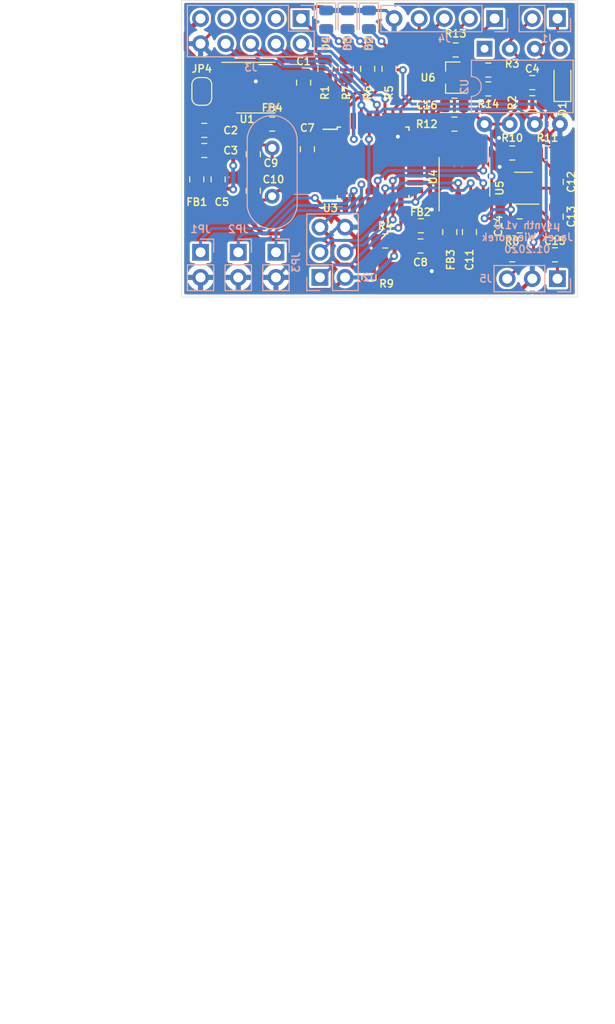
<source format=kicad_pcb>
(kicad_pcb (version 20171130) (host pcbnew 5.1.5)
  (layers (0 F.Cu signal) (31 B.Cu signal) (34 B.Paste user hide) (35 F.Paste user hide) (36 B.SilkS user) (37 F.SilkS user) (38 B.Mask user hide) (39 F.Mask user hide) (44 Edge.Cuts user))
  (net 0 "")
  (net 1 GND)
  (net 2 "Net-(C2-Pad1)")
  (net 3 +5V)
  (net 4 "Net-(C8-Pad2)")
  (net 5 "Net-(C9-Pad2)")
  (net 6 "Net-(C10-Pad2)")
  (net 7 "Net-(C11-Pad1)")
  (net 8 "Net-(D1-Pad2)")
  (net 9 "Net-(D1-Pad1)")
  (net 10 "Net-(D2-Pad2)")
  (net 11 "Net-(D3-Pad2)")
  (net 12 "Net-(D4-Pad2)")
  (net 13 "Net-(JP1-Pad1)")
  (net 14 "Net-(JP2-Pad1)")
  (net 15 "Net-(JP3-Pad1)")
  (net 16 /AUDIO_OUT)
  (net 17 "Net-(J3-Pad3)")
  (net 18 /RX)
  (net 19 "Net-(R4-Pad2)")
  (net 20 "Net-(U2-Pad1)")
  (net 21 /TX)
  (net 22 /RESET)
  (net 23 /SCL)
  (net 24 /SDA)
  (net 25 /ADC3)
  (net 26 /ADC2)
  (net 27 /ADC1)
  (net 28 /ADC0)
  (net 29 "Net-(U3-Pad22)")
  (net 30 "Net-(U3-Pad19)")
  (net 31 /SCK)
  (net 32 /MISO)
  (net 33 /MOSI)
  (net 34 "Net-(U3-Pad12)")
  (net 35 "Net-(C12-Pad1)")
  (net 36 "Net-(J3-Pad7)")
  (net 37 "Net-(J3-Pad5)")
  (net 38 /MAIN_VCC)
  (net 39 "Net-(J3-Pad1)")
  (net 40 "Net-(U1-Pad5)")
  (net 41 "Net-(U1-Pad4)")
  (net 42 "Net-(C13-Pad1)")
  (net 43 "Net-(R11-Pad1)")
  (net 44 "Net-(C16-Pad1)")
  (net 45 "Net-(R12-Pad1)")
  (net 46 "Net-(U3-Pad13)")
  (net 47 "Net-(C7-Pad1)")
  (net 48 /LED_1)
  (net 49 /LED_2)
  (net 50 /LED_3)
  (net 51 "Net-(U3-Pad20)")
  (net 52 "Net-(R14-Pad2)")
  (net 53 "Net-(R13-Pad2)")
  (module Diode_SMD:D_SOD-323_HandSoldering (layer F.Cu) (at 158.496 68.326 90)
    (fp_text reference D1 (at -2.667 0 90) (layer F.SilkS) (effects (font (size 0.75 0.75))))
    (fp_text value 1N4148)
    (pad 2 smd rect (at 1.25 0 90) (size 1 1) (layers F.Cu F.Paste F.Mask) (net 8 "Net-(D1-Pad2)"))
    (pad 1 smd rect (at -1.25 0 90) (size 1 1) (layers F.Cu F.Paste F.Mask) (net 9 "Net-(D1-Pad1)"))
  )
  (module Resistor_SMD:R_0805_2012Metric (layer F.Cu) (at 151.003 67.056)
    (fp_text reference R3 (at 2.413 -0.635) (layer F.SilkS) (effects (font (size 0.75 0.75))))
    (fp_text value 2k)
    (pad 2 smd roundrect (at 0.9375 0) (size 0.975 1.4) (layers F.Cu F.Paste F.Mask) (net 52 "Net-(R14-Pad2)"))
    (pad 1 smd roundrect (at -0.9375 0) (size 0.975 1.4) (layers F.Cu F.Paste F.Mask) (net 53 "Net-(R13-Pad2)"))
  )
  (module Resistor_SMD:R_0805_2012Metric (layer F.Cu) (at 147.701 65.024)
    (fp_text reference R13 (at 0 -1.65) (layer F.SilkS) (effects (font (size 0.75 0.75))))
    (fp_text value 10k)
    (pad 2 smd roundrect (at 0.9375 0) (size 0.975 1.4) (layers F.Cu F.Paste F.Mask) (net 53 "Net-(R13-Pad2)"))
    (pad 1 smd roundrect (at -0.9375 0) (size 0.975 1.4) (layers F.Cu F.Paste F.Mask) (net 1 GND))
  )
  (module Resistor_SMD:R_0805_2012Metric (layer F.Cu) (at 151.003 68.961 180)
    (fp_text reference R14 (at 0 -1.524) (layer F.SilkS) (effects (font (size 0.75 0.75))))
    (fp_text value 1k)
    (pad 2 smd roundrect (at 0.9375 0 180) (size 0.975 1.4) (layers F.Cu F.Paste F.Mask) (net 52 "Net-(R14-Pad2)"))
    (pad 1 smd roundrect (at -0.9375 0 180) (size 0.975 1.4) (layers F.Cu F.Paste F.Mask) (net 3 +5V))
  )
  (module Package_TO_SOT_SMD:SOT-23 (layer F.Cu) (at 147.447 67.818 180)
    (fp_text reference U6 (at 2.54 0 180) (layer F.SilkS) (effects (font (size 0.75 0.75))))
    (fp_text value TL431DBZ)
    (pad 3 smd rect (at 1 0 180) (size 0.9 0.8) (layers F.Cu F.Paste F.Mask) (net 1 GND))
    (pad 2 smd rect (at -1 0.95 180) (size 0.9 0.8) (layers F.Cu F.Paste F.Mask) (net 53 "Net-(R13-Pad2)"))
    (pad 1 smd rect (at -1 -0.95 180) (size 0.9 0.8) (layers F.Cu F.Paste F.Mask) (net 52 "Net-(R14-Pad2)"))
  )
  (module LED_SMD:LED_0805_2012Metric (layer B.Cu) (at 134.62 61.976 270)
    (fp_text reference D7 (at 2.413 0 90) (layer B.SilkS) (effects (font (size 0.75 0.75)) (justify mirror)))
    (fp_text value LED_Small)
    (pad 2 smd roundrect (at 0.9375 0 270) (size 0.975 1.4) (layers B.Cu B.Paste B.Mask) (net 12 "Net-(D4-Pad2)"))
    (pad 1 smd roundrect (at -0.9375 0 270) (size 0.975 1.4) (layers B.Cu B.Paste B.Mask) (net 1 GND))
  )
  (module LED_SMD:LED_0805_2012Metric (layer B.Cu) (at 136.779 61.976 270)
    (fp_text reference D6 (at 2.413 0 90) (layer B.SilkS) (effects (font (size 0.75 0.75)) (justify mirror)))
    (fp_text value LED_Small)
    (pad 2 smd roundrect (at 0.9375 0 270) (size 0.975 1.4) (layers B.Cu B.Paste B.Mask) (net 11 "Net-(D3-Pad2)"))
    (pad 1 smd roundrect (at -0.9375 0 270) (size 0.975 1.4) (layers B.Cu B.Paste B.Mask) (net 1 GND))
  )
  (module LED_SMD:LED_0805_2012Metric (layer B.Cu) (at 138.938 61.976 270)
    (fp_text reference D5 (at 2.413 0 90) (layer B.SilkS) (effects (font (size 0.75 0.75)) (justify mirror)))
    (fp_text value LED_Small)
    (pad 2 smd roundrect (at 0.9375 0 270) (size 0.975 1.4) (layers B.Cu B.Paste B.Mask) (net 10 "Net-(D2-Pad2)"))
    (pad 1 smd roundrect (at -0.9375 0 270) (size 0.975 1.4) (layers B.Cu B.Paste B.Mask) (net 1 GND))
  )
  (module Inductor_SMD:L_0805_2012Metric (layer F.Cu) (at 129.159 72.517)
    (fp_text reference FB4 (at 0 -1.65) (layer F.SilkS) (effects (font (size 0.75 0.75))))
    (fp_text value Ferrite_Bead_Small)
    (pad 2 smd roundrect (at 0.9375 0) (size 0.975 1.4) (layers F.Cu F.Paste F.Mask) (net 47 "Net-(C7-Pad1)"))
    (pad 1 smd roundrect (at -0.9375 0) (size 0.975 1.4) (layers F.Cu F.Paste F.Mask) (net 3 +5V))
  )
  (module Package_QFP:TQFP-32_7x7mm_P0.8mm (layer F.Cu) (at 139.361 76.441)
    (fp_text reference U3 (at -4.318 4.572) (layer F.SilkS) (effects (font (size 0.75 0.75))))
    (fp_text value ATmega328-AU)
    (pad 32 smd rect (at -2.8 -4.25 90) (size 1.6 0.55) (layers F.Cu F.Paste F.Mask) (net 48 /LED_1))
    (pad 31 smd rect (at -2 -4.25 90) (size 1.6 0.55) (layers F.Cu F.Paste F.Mask) (net 21 /TX))
    (pad 30 smd rect (at -1.2 -4.25 90) (size 1.6 0.55) (layers F.Cu F.Paste F.Mask) (net 18 /RX))
    (pad 29 smd rect (at -0.4 -4.25 90) (size 1.6 0.55) (layers F.Cu F.Paste F.Mask) (net 22 /RESET))
    (pad 28 smd rect (at 0.4 -4.25 90) (size 1.6 0.55) (layers F.Cu F.Paste F.Mask) (net 23 /SCL))
    (pad 27 smd rect (at 1.2 -4.25 90) (size 1.6 0.55) (layers F.Cu F.Paste F.Mask) (net 24 /SDA))
    (pad 26 smd rect (at 2 -4.25 90) (size 1.6 0.55) (layers F.Cu F.Paste F.Mask) (net 25 /ADC3))
    (pad 25 smd rect (at 2.8 -4.25 90) (size 1.6 0.55) (layers F.Cu F.Paste F.Mask) (net 26 /ADC2))
    (pad 24 smd rect (at 4.25 -2.8) (size 1.6 0.55) (layers F.Cu F.Paste F.Mask) (net 27 /ADC1))
    (pad 23 smd rect (at 4.25 -2) (size 1.6 0.55) (layers F.Cu F.Paste F.Mask) (net 28 /ADC0))
    (pad 22 smd rect (at 4.25 -1.2) (size 1.6 0.55) (layers F.Cu F.Paste F.Mask) (net 29 "Net-(U3-Pad22)"))
    (pad 21 smd rect (at 4.25 -0.4) (size 1.6 0.55) (layers F.Cu F.Paste F.Mask) (net 1 GND))
    (pad 20 smd rect (at 4.25 0.4) (size 1.6 0.55) (layers F.Cu F.Paste F.Mask) (net 51 "Net-(U3-Pad20)"))
    (pad 19 smd rect (at 4.25 1.2) (size 1.6 0.55) (layers F.Cu F.Paste F.Mask) (net 30 "Net-(U3-Pad19)"))
    (pad 18 smd rect (at 4.25 2) (size 1.6 0.55) (layers F.Cu F.Paste F.Mask) (net 4 "Net-(C8-Pad2)"))
    (pad 17 smd rect (at 4.25 2.8) (size 1.6 0.55) (layers F.Cu F.Paste F.Mask) (net 31 /SCK))
    (pad 16 smd rect (at 2.8 4.25 90) (size 1.6 0.55) (layers F.Cu F.Paste F.Mask) (net 32 /MISO))
    (pad 15 smd rect (at 2 4.25 90) (size 1.6 0.55) (layers F.Cu F.Paste F.Mask) (net 33 /MOSI))
    (pad 14 smd rect (at 1.2 4.25 90) (size 1.6 0.55) (layers F.Cu F.Paste F.Mask) (net 19 "Net-(R4-Pad2)"))
    (pad 13 smd rect (at 0.4 4.25 90) (size 1.6 0.55) (layers F.Cu F.Paste F.Mask) (net 46 "Net-(U3-Pad13)"))
    (pad 12 smd rect (at -0.4 4.25 90) (size 1.6 0.55) (layers F.Cu F.Paste F.Mask) (net 34 "Net-(U3-Pad12)"))
    (pad 11 smd rect (at -1.2 4.25 90) (size 1.6 0.55) (layers F.Cu F.Paste F.Mask) (net 15 "Net-(JP3-Pad1)"))
    (pad 10 smd rect (at -2 4.25 90) (size 1.6 0.55) (layers F.Cu F.Paste F.Mask) (net 14 "Net-(JP2-Pad1)"))
    (pad 9 smd rect (at -2.8 4.25 90) (size 1.6 0.55) (layers F.Cu F.Paste F.Mask) (net 13 "Net-(JP1-Pad1)"))
    (pad 8 smd rect (at -4.25 2.8) (size 1.6 0.55) (layers F.Cu F.Paste F.Mask) (net 6 "Net-(C10-Pad2)"))
    (pad 7 smd rect (at -4.25 2) (size 1.6 0.55) (layers F.Cu F.Paste F.Mask) (net 5 "Net-(C9-Pad2)"))
    (pad 6 smd rect (at -4.25 1.2) (size 1.6 0.55) (layers F.Cu F.Paste F.Mask) (net 47 "Net-(C7-Pad1)"))
    (pad 5 smd rect (at -4.25 0.4) (size 1.6 0.55) (layers F.Cu F.Paste F.Mask) (net 1 GND))
    (pad 4 smd rect (at -4.25 -0.4) (size 1.6 0.55) (layers F.Cu F.Paste F.Mask) (net 47 "Net-(C7-Pad1)"))
    (pad 3 smd rect (at -4.25 -1.2) (size 1.6 0.55) (layers F.Cu F.Paste F.Mask) (net 1 GND))
    (pad 2 smd rect (at -4.25 -2) (size 1.6 0.55) (layers F.Cu F.Paste F.Mask) (net 50 /LED_3))
    (pad 1 smd rect (at -4.25 -2.8) (size 1.6 0.55) (layers F.Cu F.Paste F.Mask) (net 49 /LED_2))
  )
  (module Crystal:Crystal_HC49-4H_Vertical (layer B.Cu) (at 129.159 74.93 270)
    (fp_text reference Y1 (at -4.064 0) (layer B.SilkS) (effects (font (size 0.75 0.75)) (justify mirror)))
    (fp_text value 20MHz)
    (pad 2 thru_hole circle (at 4.88 0 270) (size 1.5 1.5) (drill 0.8) (layers *.Cu *.Mask) (net 6 "Net-(C10-Pad2)"))
    (pad 1 thru_hole circle (at 0 0 270) (size 1.5 1.5) (drill 0.8) (layers *.Cu *.Mask) (net 5 "Net-(C9-Pad2)"))
  )
  (module Package_DIP:DIP-8_W7.62mm (layer B.Cu) (at 150.622 64.897 270)
    (fp_text reference U2 (at 3.81 2.032 90) (layer B.SilkS) (effects (font (size 0.75 0.75)) (justify mirror)))
    (fp_text value 6N137)
    (pad 8 thru_hole oval (at 7.62 0 270) (size 1.6 1.6) (drill 0.8) (layers *.Cu *.Mask) (net 3 +5V))
    (pad 4 thru_hole oval (at 0 -7.62 270) (size 1.6 1.6) (drill 0.8) (layers *.Cu *.Mask))
    (pad 7 thru_hole oval (at 7.62 -2.54 270) (size 1.6 1.6) (drill 0.8) (layers *.Cu *.Mask) (net 3 +5V))
    (pad 3 thru_hole oval (at 0 -5.08 270) (size 1.6 1.6) (drill 0.8) (layers *.Cu *.Mask) (net 8 "Net-(D1-Pad2)"))
    (pad 6 thru_hole oval (at 7.62 -5.08 270) (size 1.6 1.6) (drill 0.8) (layers *.Cu *.Mask) (net 18 /RX))
    (pad 2 thru_hole oval (at 0 -2.54 270) (size 1.6 1.6) (drill 0.8) (layers *.Cu *.Mask) (net 9 "Net-(D1-Pad1)"))
    (pad 5 thru_hole oval (at 7.62 -7.62 270) (size 1.6 1.6) (drill 0.8) (layers *.Cu *.Mask) (net 1 GND))
    (pad 1 thru_hole rect (at 0 0 270) (size 1.6 1.6) (drill 0.8) (layers *.Cu *.Mask) (net 20 "Net-(U2-Pad1)"))
  )
  (module Resistor_SMD:R_0805_2012Metric (layer F.Cu) (at 147.574 72.517)
    (fp_text reference R12 (at -2.794 0 180) (layer F.SilkS) (effects (font (size 0.75 0.75))))
    (fp_text value 8.2k)
    (pad 2 smd roundrect (at 0.9375 0) (size 0.975 1.4) (layers F.Cu F.Paste F.Mask) (net 44 "Net-(C16-Pad1)"))
    (pad 1 smd roundrect (at -0.9375 0) (size 0.975 1.4) (layers F.Cu F.Paste F.Mask) (net 45 "Net-(R12-Pad1)"))
  )
  (module Capacitor_SMD:C_0805_2012Metric (layer F.Cu) (at 147.574 70.612 180)
    (fp_text reference C16 (at 2.794 0 180) (layer F.SilkS) (effects (font (size 0.75 0.75))))
    (fp_text value 1n)
    (pad 2 smd roundrect (at 0.9375 0 180) (size 0.975 1.4) (layers F.Cu F.Paste F.Mask) (net 1 GND))
    (pad 1 smd roundrect (at -0.9375 0 180) (size 0.975 1.4) (layers F.Cu F.Paste F.Mask) (net 44 "Net-(C16-Pad1)"))
  )
  (module Connector_PinHeader_2.54mm:PinHeader_1x02_P2.54mm_Vertical (layer B.Cu) (at 157.988 61.849 90)
    (fp_text reference J1 (at -2.032 -1.016) (layer B.SilkS) (effects (font (size 0.75 0.75)) (justify mirror)))
    (fp_text value MIDI_IN)
    (pad 2 thru_hole oval (at 0 -2.54 90) (size 1.7 1.7) (drill 1) (layers *.Cu *.Mask) (net 9 "Net-(D1-Pad1)"))
    (pad 1 thru_hole rect (at 0 0 90) (size 1.7 1.7) (drill 1) (layers *.Cu *.Mask) (net 8 "Net-(D1-Pad2)"))
  )
  (module Resistor_SMD:R_0805_2012Metric (layer F.Cu) (at 156.972 75.438 180)
    (fp_text reference R11 (at 0 1.524) (layer F.SilkS) (effects (font (size 0.75 0.75))))
    (fp_text value 8.2k)
    (pad 2 smd roundrect (at 0.9375 0 180) (size 0.975 1.4) (layers F.Cu F.Paste F.Mask) (net 35 "Net-(C12-Pad1)"))
    (pad 1 smd roundrect (at -0.9375 0 180) (size 0.975 1.4) (layers F.Cu F.Paste F.Mask) (net 43 "Net-(R11-Pad1)"))
  )
  (module Resistor_SMD:R_0805_2012Metric (layer F.Cu) (at 153.416 75.438)
    (fp_text reference R10 (at 0 -1.524) (layer F.SilkS) (effects (font (size 0.75 0.75))))
    (fp_text value 8.2k)
    (pad 2 smd roundrect (at 0.9375 0) (size 0.975 1.4) (layers F.Cu F.Paste F.Mask) (net 35 "Net-(C12-Pad1)"))
    (pad 1 smd roundrect (at -0.9375 0) (size 0.975 1.4) (layers F.Cu F.Paste F.Mask) (net 44 "Net-(C16-Pad1)"))
  )
  (module Jumper:SolderJumper-2_P1.3mm_Open_RoundedPad1.0x1.5mm (layer F.Cu) (at 122.047 69.215 270)
    (fp_text reference JP4 (at -2.286 0 180) (layer F.SilkS) (effects (font (size 0.75 0.75))))
    (fp_text value VCC_JUMPER)
    (pad 2 smd custom (at 0.65 0 270) (size 1 0.5) (layers F.Cu F.Mask) (net 2 "Net-(C2-Pad1)") (options (clearance outline) (anchor rect)) (primitives (gr_circle (center 0 0.25) (end 0.5 0.25) (width 0)) (gr_circle (center 0 -0.25) (end 0.5 -0.25) (width 0)) (gr_poly (pts (xy 0 -0.75) (xy -0.5 -0.75) (xy -0.5 0.75) (xy 0 0.75)) (width 0))))
    (pad 1 smd custom (at -0.65 0 270) (size 1 0.5) (layers F.Cu F.Mask) (net 38 /MAIN_VCC) (options (clearance outline) (anchor rect)) (primitives (gr_circle (center 0 0.25) (end 0.5 0.25) (width 0)) (gr_circle (center 0 -0.25) (end 0.5 -0.25) (width 0)) (gr_poly (pts (xy 0 -0.75) (xy 0.5 -0.75) (xy 0.5 0.75) (xy 0 0.75)) (width 0))))
  )
  (module Capacitor_SMD:C_0805_2012Metric (layer F.Cu) (at 157.734 85.725)
    (fp_text reference C15 (at 0 -1.397) (layer F.SilkS) (effects (font (size 0.75 0.75))))
    (fp_text value 10u)
    (pad 2 smd roundrect (at 0.9375 0) (size 0.975 1.4) (layers F.Cu F.Paste F.Mask) (net 42 "Net-(C13-Pad1)"))
    (pad 1 smd roundrect (at -0.9375 0) (size 0.975 1.4) (layers F.Cu F.Paste F.Mask) (net 16 /AUDIO_OUT))
  )
  (module Capacitor_SMD:C_0805_2012Metric (layer F.Cu) (at 154.178 82.804 180)
    (fp_text reference C14 (at 2.159 0 90) (layer F.SilkS) (effects (font (size 0.75 0.75))))
    (fp_text value 1u)
    (pad 2 smd roundrect (at 0.9375 0 180) (size 0.975 1.4) (layers F.Cu F.Paste F.Mask) (net 3 +5V))
    (pad 1 smd roundrect (at -0.9375 0 180) (size 0.975 1.4) (layers F.Cu F.Paste F.Mask) (net 1 GND))
  )
  (module Capacitor_SMD:C_0805_2012Metric (layer F.Cu) (at 157.861 81.8665 90)
    (fp_text reference C13 (at 0 1.524 90) (layer F.SilkS) (effects (font (size 0.75 0.75))))
    (fp_text value 1n)
    (pad 2 smd roundrect (at 0.9375 0 90) (size 0.975 1.4) (layers F.Cu F.Paste F.Mask) (net 35 "Net-(C12-Pad1)"))
    (pad 1 smd roundrect (at -0.9375 0 90) (size 0.975 1.4) (layers F.Cu F.Paste F.Mask) (net 42 "Net-(C13-Pad1)"))
  )
  (module Capacitor_SMD:C_0805_2012Metric (layer F.Cu) (at 157.861 78.359 270)
    (fp_text reference C12 (at 0 -1.524 90) (layer F.SilkS) (effects (font (size 0.75 0.75))))
    (fp_text value 1n)
    (pad 2 smd roundrect (at 0.9375 0 270) (size 0.975 1.4) (layers F.Cu F.Paste F.Mask) (net 1 GND))
    (pad 1 smd roundrect (at -0.9375 0 270) (size 0.975 1.4) (layers F.Cu F.Paste F.Mask) (net 35 "Net-(C12-Pad1)"))
  )
  (module Capacitor_SMD:C_0805_2012Metric (layer F.Cu) (at 122.301 73.152)
    (fp_text reference C2 (at 2.667 0) (layer F.SilkS) (effects (font (size 0.75 0.75))))
    (fp_text value 10u)
    (pad 2 smd roundrect (at 0.9375 0) (size 0.975 1.4) (layers F.Cu F.Paste F.Mask) (net 1 GND))
    (pad 1 smd roundrect (at -0.9375 0) (size 0.975 1.4) (layers F.Cu F.Paste F.Mask) (net 2 "Net-(C2-Pad1)"))
  )
  (module Package_TO_SOT_SMD:SOT-23-5 (layer F.Cu) (at 154.559 78.994 180)
    (fp_text reference U5 (at 2.413 0 90) (layer F.SilkS) (effects (font (size 0.75 0.75))))
    (fp_text value MCP6001)
    (pad 5 smd rect (at 1.1 -0.95 180) (size 1.06 0.65) (layers F.Cu F.Paste F.Mask) (net 3 +5V))
    (pad 4 smd rect (at 1.1 0.95 180) (size 1.06 0.65) (layers F.Cu F.Paste F.Mask) (net 42 "Net-(C13-Pad1)"))
    (pad 3 smd rect (at -1.1 0.95 180) (size 1.06 0.65) (layers F.Cu F.Paste F.Mask) (net 43 "Net-(R11-Pad1)"))
    (pad 2 smd rect (at -1.1 0 180) (size 1.06 0.65) (layers F.Cu F.Paste F.Mask) (net 1 GND))
    (pad 1 smd rect (at -1.1 -0.95 180) (size 1.06 0.65) (layers F.Cu F.Paste F.Mask) (net 42 "Net-(C13-Pad1)"))
  )
  (module Package_SO:SOIC-8_3.9x4.9mm_P1.27mm (layer F.Cu) (at 127.508 68.834)
    (fp_text reference U1 (at -0.889 3.175) (layer F.SilkS) (effects (font (size 0.75 0.75))))
    (fp_text value L78L05_SO8)
    (pad 8 smd roundrect (at 2.475 -1.905) (size 1.95 0.6) (layers F.Cu F.Paste F.Mask) (net 38 /MAIN_VCC))
    (pad 7 smd roundrect (at 2.475 -0.635) (size 1.95 0.6) (layers F.Cu F.Paste F.Mask) (net 1 GND))
    (pad 6 smd roundrect (at 2.475 0.635) (size 1.95 0.6) (layers F.Cu F.Paste F.Mask) (net 1 GND))
    (pad 5 smd roundrect (at 2.475 1.905) (size 1.95 0.6) (layers F.Cu F.Paste F.Mask) (net 40 "Net-(U1-Pad5)"))
    (pad 4 smd roundrect (at -2.475 1.905) (size 1.95 0.6) (layers F.Cu F.Paste F.Mask) (net 41 "Net-(U1-Pad4)"))
    (pad 3 smd roundrect (at -2.475 0.635) (size 1.95 0.6) (layers F.Cu F.Paste F.Mask) (net 1 GND))
    (pad 2 smd roundrect (at -2.475 -0.635) (size 1.95 0.6) (layers F.Cu F.Paste F.Mask) (net 1 GND))
    (pad 1 smd roundrect (at -2.475 -1.905) (size 1.95 0.6) (layers F.Cu F.Paste F.Mask) (net 2 "Net-(C2-Pad1)"))
  )
  (module Capacitor_SMD:C_0805_2012Metric (layer F.Cu) (at 132.715 75.057 90)
    (fp_text reference C7 (at 2.159 0 180) (layer F.SilkS) (effects (font (size 0.75 0.75))))
    (fp_text value 100n)
    (pad 2 smd roundrect (at 0.9375 0 90) (size 0.975 1.4) (layers F.Cu F.Paste F.Mask) (net 1 GND))
    (pad 1 smd roundrect (at -0.9375 0 90) (size 0.975 1.4) (layers F.Cu F.Paste F.Mask) (net 47 "Net-(C7-Pad1)"))
  )
  (module Resistor_SMD:R_0805_2012Metric (layer F.Cu) (at 138.938 88.011 270)
    (fp_text reference R9 (at 0.635 -1.778 180) (layer F.SilkS) (effects (font (size 0.75 0.75))))
    (fp_text value 10k)
    (pad 2 smd roundrect (at 0.9375 0 270) (size 0.975 1.4) (layers F.Cu F.Paste F.Mask) (net 3 +5V))
    (pad 1 smd roundrect (at -0.9375 0 270) (size 0.975 1.4) (layers F.Cu F.Paste F.Mask) (net 22 /RESET))
  )
  (module Connector_PinHeader_2.54mm:PinHeader_1x03_P2.54mm_Vertical (layer B.Cu) (at 157.988 88.138 90)
    (fp_text reference J5 (at 0 -7.239) (layer B.SilkS) (effects (font (size 0.75 0.75)) (justify mirror)))
    (fp_text value LINE_OUT)
    (pad 3 thru_hole oval (at 0 -5.08 90) (size 1.7 1.7) (drill 1) (layers *.Cu *.Mask) (net 16 /AUDIO_OUT))
    (pad 2 thru_hole oval (at 0 -2.54 90) (size 1.7 1.7) (drill 1) (layers *.Cu *.Mask) (net 1 GND))
    (pad 1 thru_hole rect (at 0 0 90) (size 1.7 1.7) (drill 1) (layers *.Cu *.Mask) (net 16 /AUDIO_OUT))
  )
  (module Connector_PinHeader_2.54mm:PinHeader_1x05_P2.54mm_Vertical (layer B.Cu) (at 151.638 61.849 90)
    (fp_text reference J4 (at -2.032 -5.08) (layer B.SilkS) (effects (font (size 0.75 0.75)) (justify mirror)))
    (fp_text value ADC_CONN)
    (pad 5 thru_hole oval (at 0 -10.16 90) (size 1.7 1.7) (drill 1) (layers *.Cu *.Mask) (net 1 GND))
    (pad 4 thru_hole oval (at 0 -7.62 90) (size 1.7 1.7) (drill 1) (layers *.Cu *.Mask) (net 25 /ADC3))
    (pad 3 thru_hole oval (at 0 -5.08 90) (size 1.7 1.7) (drill 1) (layers *.Cu *.Mask) (net 26 /ADC2))
    (pad 2 thru_hole oval (at 0 -2.54 90) (size 1.7 1.7) (drill 1) (layers *.Cu *.Mask) (net 27 /ADC1))
    (pad 1 thru_hole rect (at 0 0 90) (size 1.7 1.7) (drill 1) (layers *.Cu *.Mask) (net 28 /ADC0))
  )
  (module Connector_PinSocket_2.54mm:PinSocket_2x05_P2.54mm_Vertical (layer B.Cu) (at 132.08 61.849 90)
    (fp_text reference J3 (at -4.953 -5.08) (layer B.SilkS) (effects (font (size 0.75 0.75)) (justify mirror)))
    (fp_text value MAIN_CONN)
    (pad 10 thru_hole oval (at -2.54 -10.16 90) (size 1.7 1.7) (drill 1) (layers *.Cu *.Mask) (net 1 GND))
    (pad 9 thru_hole oval (at 0 -10.16 90) (size 1.7 1.7) (drill 1) (layers *.Cu *.Mask) (net 38 /MAIN_VCC))
    (pad 8 thru_hole oval (at -2.54 -7.62 90) (size 1.7 1.7) (drill 1) (layers *.Cu *.Mask) (net 21 /TX))
    (pad 7 thru_hole oval (at 0 -7.62 90) (size 1.7 1.7) (drill 1) (layers *.Cu *.Mask) (net 36 "Net-(J3-Pad7)"))
    (pad 6 thru_hole oval (at -2.54 -5.08 90) (size 1.7 1.7) (drill 1) (layers *.Cu *.Mask) (net 18 /RX))
    (pad 5 thru_hole oval (at 0 -5.08 90) (size 1.7 1.7) (drill 1) (layers *.Cu *.Mask) (net 37 "Net-(J3-Pad5)"))
    (pad 4 thru_hole oval (at -2.54 -2.54 90) (size 1.7 1.7) (drill 1) (layers *.Cu *.Mask) (net 23 /SCL))
    (pad 3 thru_hole oval (at 0 -2.54 90) (size 1.7 1.7) (drill 1) (layers *.Cu *.Mask) (net 17 "Net-(J3-Pad3)"))
    (pad 2 thru_hole oval (at -2.54 0 90) (size 1.7 1.7) (drill 1) (layers *.Cu *.Mask) (net 24 /SDA))
    (pad 1 thru_hole rect (at 0 0 90) (size 1.7 1.7) (drill 1) (layers *.Cu *.Mask) (net 39 "Net-(J3-Pad1)"))
  )
  (module Connector_PinHeader_2.54mm:PinHeader_2x03_P2.54mm_Vertical (layer B.Cu) (at 133.985 88.011)
    (fp_text reference J2 (at 4.953 0 180) (layer B.SilkS) (effects (font (size 0.75 0.75)) (justify mirror)))
    (fp_text value AVR-ISP-6)
    (pad 6 thru_hole oval (at 2.54 -5.08) (size 1.7 1.7) (drill 1) (layers *.Cu *.Mask) (net 1 GND))
    (pad 5 thru_hole oval (at 0 -5.08) (size 1.7 1.7) (drill 1) (layers *.Cu *.Mask) (net 22 /RESET))
    (pad 4 thru_hole oval (at 2.54 -2.54) (size 1.7 1.7) (drill 1) (layers *.Cu *.Mask) (net 33 /MOSI))
    (pad 3 thru_hole oval (at 0 -2.54) (size 1.7 1.7) (drill 1) (layers *.Cu *.Mask) (net 31 /SCK))
    (pad 2 thru_hole oval (at 2.54 0) (size 1.7 1.7) (drill 1) (layers *.Cu *.Mask) (net 3 +5V))
    (pad 1 thru_hole rect (at 0 0) (size 1.7 1.7) (drill 1) (layers *.Cu *.Mask) (net 32 /MISO))
  )
  (module Package_SO:SOIC-8_3.9x4.9mm_P1.27mm (layer F.Cu) (at 148.59 77.851 90)
    (fp_text reference U4 (at 0 -3.175 90) (layer F.SilkS) (effects (font (size 0.75 0.75))))
    (fp_text value MCP4921)
    (pad 8 smd roundrect (at 2.475 -1.905 90) (size 1.95 0.6) (layers F.Cu F.Paste F.Mask) (net 45 "Net-(R12-Pad1)"))
    (pad 7 smd roundrect (at 2.475 -0.635 90) (size 1.95 0.6) (layers F.Cu F.Paste F.Mask) (net 1 GND))
    (pad 6 smd roundrect (at 2.475 0.635 90) (size 1.95 0.6) (layers F.Cu F.Paste F.Mask) (net 52 "Net-(R14-Pad2)"))
    (pad 5 smd roundrect (at 2.475 1.905 90) (size 1.95 0.6) (layers F.Cu F.Paste F.Mask) (net 46 "Net-(U3-Pad13)"))
    (pad 4 smd roundrect (at -2.475 1.905 90) (size 1.95 0.6) (layers F.Cu F.Paste F.Mask) (net 33 /MOSI))
    (pad 3 smd roundrect (at -2.475 0.635 90) (size 1.95 0.6) (layers F.Cu F.Paste F.Mask) (net 31 /SCK))
    (pad 2 smd roundrect (at -2.475 -0.635 90) (size 1.95 0.6) (layers F.Cu F.Paste F.Mask) (net 19 "Net-(R4-Pad2)"))
    (pad 1 smd roundrect (at -2.475 -1.905 90) (size 1.95 0.6) (layers F.Cu F.Paste F.Mask) (net 7 "Net-(C11-Pad1)"))
  )
  (module Resistor_SMD:R_0805_2012Metric (layer F.Cu) (at 153.416 85.725 180)
    (fp_text reference R8 (at 0 1.397) (layer F.SilkS) (effects (font (size 0.75 0.75))))
    (fp_text value 10k)
    (pad 2 smd roundrect (at 0.9375 0 180) (size 0.975 1.4) (layers F.Cu F.Paste F.Mask) (net 1 GND))
    (pad 1 smd roundrect (at -0.9375 0 180) (size 0.975 1.4) (layers F.Cu F.Paste F.Mask) (net 16 /AUDIO_OUT))
  )
  (module Resistor_SMD:R_0805_2012Metric (layer F.Cu) (at 136.652 66.929 270)
    (fp_text reference R7 (at 2.413 0 90) (layer F.SilkS) (effects (font (size 0.75 0.75))))
    (fp_text value 300)
    (pad 2 smd roundrect (at 0.9375 0 270) (size 0.975 1.4) (layers F.Cu F.Paste F.Mask) (net 50 /LED_3))
    (pad 1 smd roundrect (at -0.9375 0 270) (size 0.975 1.4) (layers F.Cu F.Paste F.Mask) (net 12 "Net-(D4-Pad2)"))
  )
  (module Resistor_SMD:R_0805_2012Metric (layer F.Cu) (at 138.811 66.929 270)
    (fp_text reference R6 (at 2.413 0 90) (layer F.SilkS) (effects (font (size 0.75 0.75))))
    (fp_text value 300)
    (pad 2 smd roundrect (at 0.9375 0 270) (size 0.975 1.4) (layers F.Cu F.Paste F.Mask) (net 49 /LED_2))
    (pad 1 smd roundrect (at -0.9375 0 270) (size 0.975 1.4) (layers F.Cu F.Paste F.Mask) (net 11 "Net-(D3-Pad2)"))
  )
  (module Resistor_SMD:R_0805_2012Metric (layer F.Cu) (at 140.97 66.929 270)
    (fp_text reference R5 (at 2.413 0 90) (layer F.SilkS) (effects (font (size 0.75 0.75))))
    (fp_text value 300)
    (pad 2 smd roundrect (at 0.9375 0 270) (size 0.975 1.4) (layers F.Cu F.Paste F.Mask) (net 48 /LED_1))
    (pad 1 smd roundrect (at -0.9375 0 270) (size 0.975 1.4) (layers F.Cu F.Paste F.Mask) (net 10 "Net-(D2-Pad2)"))
  )
  (module Resistor_SMD:R_0805_2012Metric (layer F.Cu) (at 140.589 84.328 180)
    (fp_text reference R4 (at 0 1.524) (layer F.SilkS) (effects (font (size 0.75 0.75))))
    (fp_text value 10k)
    (pad 2 smd roundrect (at 0.9375 0 180) (size 0.975 1.4) (layers F.Cu F.Paste F.Mask) (net 19 "Net-(R4-Pad2)"))
    (pad 1 smd roundrect (at -0.9375 0 180) (size 0.975 1.4) (layers F.Cu F.Paste F.Mask) (net 3 +5V))
  )
  (module Resistor_SMD:R_0805_2012Metric (layer F.Cu) (at 155.448 70.358)
    (fp_text reference R2 (at -2.032 0 90) (layer F.SilkS) (effects (font (size 0.75 0.75))))
    (fp_text value 1k)
    (pad 2 smd roundrect (at 0.9375 0) (size 0.975 1.4) (layers F.Cu F.Paste F.Mask) (net 18 /RX))
    (pad 1 smd roundrect (at -0.9375 0) (size 0.975 1.4) (layers F.Cu F.Paste F.Mask) (net 3 +5V))
  )
  (module Resistor_SMD:R_0805_2012Metric (layer F.Cu) (at 134.493 66.929 270)
    (fp_text reference R1 (at 2.413 0 270) (layer F.SilkS) (effects (font (size 0.75 0.75))))
    (fp_text value 1k)
    (pad 2 smd roundrect (at 0.9375 0 270) (size 0.975 1.4) (layers F.Cu F.Paste F.Mask) (net 16 /AUDIO_OUT))
    (pad 1 smd roundrect (at -0.9375 0 270) (size 0.975 1.4) (layers F.Cu F.Paste F.Mask) (net 39 "Net-(J3-Pad1)"))
  )
  (module Connector_PinHeader_2.54mm:PinHeader_1x02_P2.54mm_Vertical (layer B.Cu) (at 129.54 85.471 180)
    (fp_text reference JP3 (at -2.032 -1.016 90) (layer B.SilkS) (effects (font (size 0.75 0.75)) (justify mirror)))
    (fp_text value SEL_2)
    (pad 2 thru_hole oval (at 0 -2.54 180) (size 1.7 1.7) (drill 1) (layers *.Cu *.Mask) (net 1 GND))
    (pad 1 thru_hole rect (at 0 0 180) (size 1.7 1.7) (drill 1) (layers *.Cu *.Mask) (net 15 "Net-(JP3-Pad1)"))
  )
  (module Connector_PinHeader_2.54mm:PinHeader_1x02_P2.54mm_Vertical (layer B.Cu) (at 125.73 85.471 180)
    (fp_text reference JP2 (at 0 2.33) (layer B.SilkS) (effects (font (size 0.75 0.75)) (justify mirror)))
    (fp_text value SEL_1)
    (pad 2 thru_hole oval (at 0 -2.54 180) (size 1.7 1.7) (drill 1) (layers *.Cu *.Mask) (net 1 GND))
    (pad 1 thru_hole rect (at 0 0 180) (size 1.7 1.7) (drill 1) (layers *.Cu *.Mask) (net 14 "Net-(JP2-Pad1)"))
  )
  (module Connector_PinHeader_2.54mm:PinHeader_1x02_P2.54mm_Vertical (layer B.Cu) (at 121.92 85.471 180)
    (fp_text reference JP1 (at 0 2.33) (layer B.SilkS) (effects (font (size 0.75 0.75)) (justify mirror)))
    (fp_text value SEL_0)
    (pad 2 thru_hole oval (at 0 -2.54 180) (size 1.7 1.7) (drill 1) (layers *.Cu *.Mask) (net 1 GND))
    (pad 1 thru_hole rect (at 0 0 180) (size 1.7 1.7) (drill 1) (layers *.Cu *.Mask) (net 13 "Net-(JP1-Pad1)"))
  )
  (module Inductor_SMD:L_0805_2012Metric (layer F.Cu) (at 147.108 83.426 90)
    (fp_text reference FB3 (at -2.807 0.085 90) (layer F.SilkS) (effects (font (size 0.75 0.75))))
    (fp_text value Ferrite_Bead_Small)
    (pad 2 smd roundrect (at 0.9375 0 90) (size 0.975 1.4) (layers F.Cu F.Paste F.Mask) (net 7 "Net-(C11-Pad1)"))
    (pad 1 smd roundrect (at -0.9375 0 90) (size 0.975 1.4) (layers F.Cu F.Paste F.Mask) (net 3 +5V))
  )
  (module Inductor_SMD:L_0805_2012Metric (layer F.Cu) (at 144.187 82.791 180)
    (fp_text reference FB2 (at 0.042 1.384) (layer F.SilkS) (effects (font (size 0.75 0.75))))
    (fp_text value Ferrite_Bead_Small)
    (pad 2 smd roundrect (at 0.9375 0 180) (size 0.975 1.4) (layers F.Cu F.Paste F.Mask) (net 3 +5V))
    (pad 1 smd roundrect (at -0.9375 0 180) (size 0.975 1.4) (layers F.Cu F.Paste F.Mask) (net 4 "Net-(C8-Pad2)"))
  )
  (module Inductor_SMD:L_0805_2012Metric (layer F.Cu) (at 121.539 78.105 90)
    (fp_text reference FB1 (at -2.286 0 180) (layer F.SilkS) (effects (font (size 0.75 0.75))))
    (fp_text value Ferrite_Bead_Small)
    (pad 2 smd roundrect (at 0.9375 0 90) (size 0.975 1.4) (layers F.Cu F.Paste F.Mask) (net 2 "Net-(C2-Pad1)"))
    (pad 1 smd roundrect (at -0.9375 0 90) (size 0.975 1.4) (layers F.Cu F.Paste F.Mask) (net 3 +5V))
  )
  (module LED_SMD:LED_0805_2012Metric (layer F.Cu) (at 134.62 61.963 270)
    (fp_text reference D4 (at 2.426 0 90) (layer F.SilkS) (effects (font (size 0.75 0.75))))
    (fp_text value LED_Small)
    (pad 2 smd roundrect (at 0.9375 0 270) (size 0.975 1.4) (layers F.Cu F.Paste F.Mask) (net 12 "Net-(D4-Pad2)"))
    (pad 1 smd roundrect (at -0.9375 0 270) (size 0.975 1.4) (layers F.Cu F.Paste F.Mask) (net 1 GND))
  )
  (module LED_SMD:LED_0805_2012Metric (layer F.Cu) (at 136.779 61.963 270)
    (fp_text reference D3 (at 2.426 0 90) (layer F.SilkS) (effects (font (size 0.75 0.75))))
    (fp_text value LED_Small)
    (pad 2 smd roundrect (at 0.9375 0 270) (size 0.975 1.4) (layers F.Cu F.Paste F.Mask) (net 11 "Net-(D3-Pad2)"))
    (pad 1 smd roundrect (at -0.9375 0 270) (size 0.975 1.4) (layers F.Cu F.Paste F.Mask) (net 1 GND))
  )
  (module LED_SMD:LED_0805_2012Metric (layer F.Cu) (at 138.938 61.963 270)
    (fp_text reference D2 (at 2.426 0 90) (layer F.SilkS) (effects (font (size 0.75 0.75))))
    (fp_text value LED_Small)
    (pad 2 smd roundrect (at 0.9375 0 270) (size 0.975 1.4) (layers F.Cu F.Paste F.Mask) (net 10 "Net-(D2-Pad2)"))
    (pad 1 smd roundrect (at -0.9375 0 270) (size 0.975 1.4) (layers F.Cu F.Paste F.Mask) (net 1 GND))
  )
  (module Capacitor_SMD:C_0805_2012Metric (layer F.Cu) (at 149.098 83.426 270)
    (fp_text reference C11 (at 2.807 0 90) (layer F.SilkS) (effects (font (size 0.75 0.75))))
    (fp_text value 10u)
    (pad 2 smd roundrect (at 0.9375 0 270) (size 0.975 1.4) (layers F.Cu F.Paste F.Mask) (net 1 GND))
    (pad 1 smd roundrect (at -0.9375 0 270) (size 0.975 1.4) (layers F.Cu F.Paste F.Mask) (net 7 "Net-(C11-Pad1)"))
  )
  (module Capacitor_SMD:C_0805_2012Metric (layer F.Cu) (at 127.254 79.248 270)
    (fp_text reference C10 (at -1.143 -2.032 180) (layer F.SilkS) (effects (font (size 0.75 0.75))))
    (fp_text value 22p)
    (pad 2 smd roundrect (at 0.9375 0 270) (size 0.975 1.4) (layers F.Cu F.Paste F.Mask) (net 6 "Net-(C10-Pad2)"))
    (pad 1 smd roundrect (at -0.9375 0 270) (size 0.975 1.4) (layers F.Cu F.Paste F.Mask) (net 1 GND))
  )
  (module Capacitor_SMD:C_0805_2012Metric (layer F.Cu) (at 127.254 75.565 90)
    (fp_text reference C9 (at -0.889 1.778 180) (layer F.SilkS) (effects (font (size 0.75 0.75))))
    (fp_text value 22p)
    (pad 2 smd roundrect (at 0.9375 0 90) (size 0.975 1.4) (layers F.Cu F.Paste F.Mask) (net 5 "Net-(C9-Pad2)"))
    (pad 1 smd roundrect (at -0.9375 0 90) (size 0.975 1.4) (layers F.Cu F.Paste F.Mask) (net 1 GND))
  )
  (module Capacitor_SMD:C_0805_2012Metric (layer F.Cu) (at 144.145 84.836)
    (fp_text reference C8 (at 0 1.651) (layer F.SilkS) (effects (font (size 0.75 0.75))))
    (fp_text value 10u)
    (pad 2 smd roundrect (at 0.9375 0) (size 0.975 1.4) (layers F.Cu F.Paste F.Mask) (net 4 "Net-(C8-Pad2)"))
    (pad 1 smd roundrect (at -0.9375 0) (size 0.975 1.4) (layers F.Cu F.Paste F.Mask) (net 1 GND))
  )
  (module Capacitor_SMD:C_0805_2012Metric (layer F.Cu) (at 123.698 78.105 90)
    (fp_text reference C5 (at -2.286 0.381 180) (layer F.SilkS) (effects (font (size 0.75 0.75))))
    (fp_text value 100n)
    (pad 2 smd roundrect (at 0.9375 0 90) (size 0.975 1.4) (layers F.Cu F.Paste F.Mask) (net 1 GND))
    (pad 1 smd roundrect (at -0.9375 0 90) (size 0.975 1.4) (layers F.Cu F.Paste F.Mask) (net 3 +5V))
  )
  (module Capacitor_SMD:C_0805_2012Metric (layer F.Cu) (at 155.448 68.326 180)
    (fp_text reference C4 (at 0 1.397) (layer F.SilkS) (effects (font (size 0.75 0.75))))
    (fp_text value 100n)
    (pad 2 smd roundrect (at 0.9375 0 180) (size 0.975 1.4) (layers F.Cu F.Paste F.Mask) (net 3 +5V))
    (pad 1 smd roundrect (at -0.9375 0 180) (size 0.975 1.4) (layers F.Cu F.Paste F.Mask) (net 1 GND))
  )
  (module Capacitor_SMD:C_0805_2012Metric (layer F.Cu) (at 122.301 75.184)
    (fp_text reference C3 (at 2.667 0) (layer F.SilkS) (effects (font (size 0.75 0.75))))
    (fp_text value 10u)
    (pad 2 smd roundrect (at 0.9375 0) (size 0.975 1.4) (layers F.Cu F.Paste F.Mask) (net 1 GND))
    (pad 1 smd roundrect (at -0.9375 0) (size 0.975 1.4) (layers F.Cu F.Paste F.Mask) (net 2 "Net-(C2-Pad1)"))
  )
  (module Capacitor_SMD:C_0805_2012Metric (layer F.Cu) (at 132.334 68.326 90)
    (fp_text reference C1 (at 2.159 0) (layer F.SilkS) (effects (font (size 0.75 0.75))))
    (fp_text value 10u)
    (pad 2 smd roundrect (at 0.9375 0 90) (size 0.975 1.4) (layers F.Cu F.Paste F.Mask) (net 38 /MAIN_VCC))
    (pad 1 smd roundrect (at -0.9375 0 90) (size 0.975 1.4) (layers F.Cu F.Paste F.Mask) (net 1 GND))
  )
  (gr_text "µsynth v1.0\nJacek Wieczorek\n01.2020" (at 154.94 83.947) (layer B.SilkS) (effects (font (size 0.75 0.75)) (justify mirror)))
  (gr_line (start 120 90) (end 120 60) (layer Edge.Cuts) (width 0.05))
  (gr_line (start 160 90) (end 120 90) (layer Edge.Cuts) (width 0.05))
  (gr_line (start 160 60) (end 160 90) (layer Edge.Cuts) (width 0.05))
  (gr_line (start 120 60) (end 160 60) (layer Edge.Cuts) (width 0.05))
  (via (at 127.508 68.199) (size 0.8) (drill 0.4) (layers F.Cu B.Cu) (net 1))
  (segment (start 121.92 64.389) (end 125.73 68.199) (width 0.5) (layer B.Cu) (net 1))
  (segment (start 125.73 68.199) (end 127.508 68.199) (width 0.5) (layer B.Cu) (net 1))
  (segment (start 127.508 68.199) (end 125.033 68.199) (width 0.5) (layer F.Cu) (net 1))
  (segment (start 127.508 68.199) (end 129.983 68.199) (width 0.5) (layer F.Cu) (net 1))
  (segment (start 125.033 69.469) (end 125.033 68.199) (width 0.5) (layer F.Cu) (net 1))
  (segment (start 129.983 69.469) (end 129.983 68.199) (width 0.5) (layer F.Cu) (net 1))
  (segment (start 131.2695 68.199) (end 132.334 69.2635) (width 0.5) (layer F.Cu) (net 1))
  (segment (start 129.983 68.199) (end 131.2695 68.199) (width 0.5) (layer F.Cu) (net 1))
  (segment (start 123.698 75.6435) (end 123.2385 75.184) (width 0.5) (layer F.Cu) (net 1))
  (segment (start 123.698 77.1675) (end 123.698 75.6435) (width 0.5) (layer F.Cu) (net 1))
  (segment (start 123.2385 75.184) (end 123.2385 73.152) (width 0.5) (layer F.Cu) (net 1))
  (segment (start 123.2385 72.452) (end 123.2385 73.152) (width 0.5) (layer F.Cu) (net 1))
  (segment (start 124.179456 69.769) (end 123.2385 70.709956) (width 0.5) (layer F.Cu) (net 1))
  (segment (start 124.733 69.769) (end 124.179456 69.769) (width 0.5) (layer F.Cu) (net 1))
  (segment (start 123.2385 70.709956) (end 123.2385 72.452) (width 0.5) (layer F.Cu) (net 1))
  (segment (start 125.033 69.469) (end 124.733 69.769) (width 0.5) (layer F.Cu) (net 1))
  (segment (start 157.5585 78.994) (end 155.659 78.994) (width 0.3) (layer F.Cu) (net 1))
  (segment (start 157.861 79.2965) (end 157.5585 78.994) (width 0.3) (layer F.Cu) (net 1))
  (via (at 152.146 76.835) (size 0.8) (drill 0.4) (layers F.Cu B.Cu) (net 1))
  (segment (start 134.62 61.0255) (end 136.779 61.0255) (width 0.3) (layer F.Cu) (net 1))
  (segment (start 136.779 61.0255) (end 138.938 61.0255) (width 0.3) (layer F.Cu) (net 1))
  (segment (start 140.6545 61.0255) (end 141.478 61.849) (width 0.3) (layer F.Cu) (net 1))
  (segment (start 138.938 61.0255) (end 140.6545 61.0255) (width 0.3) (layer F.Cu) (net 1))
  (segment (start 127.254 78.3105) (end 127.254 76.5025) (width 0.3) (layer F.Cu) (net 1))
  (segment (start 133.8365 75.241) (end 132.715 74.1195) (width 0.4) (layer F.Cu) (net 1))
  (segment (start 135.111 75.241) (end 133.8365 75.241) (width 0.4) (layer F.Cu) (net 1))
  (segment (start 136.311 75.241) (end 135.111 75.241) (width 0.4) (layer F.Cu) (net 1))
  (segment (start 136.311001 76.840999) (end 136.311 75.241) (width 0.4) (layer F.Cu) (net 1))
  (segment (start 135.111 76.841) (end 136.311001 76.840999) (width 0.4) (layer F.Cu) (net 1))
  (segment (start 132.715 69.6445) (end 132.334 69.2635) (width 0.4) (layer F.Cu) (net 1))
  (segment (start 132.715 74.1195) (end 132.715 69.6445) (width 0.4) (layer F.Cu) (net 1))
  (segment (start 136.311 75.241) (end 136.984377 75.241) (width 0.4) (layer F.Cu) (net 1))
  (segment (start 137.636 76.041) (end 137.414 75.819) (width 0.4) (layer F.Cu) (net 1))
  (segment (start 136.984377 75.241) (end 137.414 75.819) (width 0.4) (layer F.Cu) (net 1))
  (segment (start 135.274999 81.680999) (end 133.384999 81.680999) (width 0.4) (layer F.Cu) (net 1))
  (segment (start 133.384999 81.680999) (end 132.207 82.858998) (width 0.4) (layer F.Cu) (net 1))
  (segment (start 136.525 82.931) (end 135.274999 81.680999) (width 0.4) (layer F.Cu) (net 1))
  (segment (start 122.769999 63.539001) (end 121.92 64.389) (width 0.3) (layer F.Cu) (net 1))
  (segment (start 123.120001 63.188999) (end 122.769999 63.539001) (width 0.3) (layer F.Cu) (net 1))
  (segment (start 123.120001 61.412997) (end 123.120001 63.188999) (width 0.3) (layer F.Cu) (net 1))
  (segment (start 123.883999 60.648999) (end 123.120001 61.412997) (width 0.3) (layer F.Cu) (net 1))
  (segment (start 134.243499 60.648999) (end 123.883999 60.648999) (width 0.3) (layer F.Cu) (net 1))
  (segment (start 134.62 61.0255) (end 134.243499 60.648999) (width 0.3) (layer F.Cu) (net 1))
  (segment (start 128.317082 82.858998) (end 132.207 82.858998) (width 0.4) (layer F.Cu) (net 1))
  (segment (start 126.15399 80.695906) (end 128.317082 82.858998) (width 0.4) (layer F.Cu) (net 1))
  (segment (start 126.15399 78.92349) (end 126.15399 80.695906) (width 0.4) (layer F.Cu) (net 1))
  (segment (start 123.698 77.1675) (end 124.398 77.1675) (width 0.4) (layer F.Cu) (net 1))
  (segment (start 126.1245 78.74) (end 126.111 78.74) (width 0.3) (layer F.Cu) (net 1))
  (segment (start 127.254 78.3105) (end 126.554 78.3105) (width 0.3) (layer F.Cu) (net 1))
  (segment (start 126.554 78.3105) (end 126.1245 78.74) (width 0.3) (layer F.Cu) (net 1))
  (segment (start 124.398 77.1675) (end 126.111 78.74) (width 0.4) (layer F.Cu) (net 1))
  (segment (start 126.111 78.74) (end 126.15399 78.92349) (width 0.4) (layer F.Cu) (net 1))
  (segment (start 125.73 88.011) (end 129.54 88.011) (width 0.3) (layer B.Cu) (net 1))
  (segment (start 121.92 88.011) (end 125.73 88.011) (width 0.3) (layer B.Cu) (net 1))
  (segment (start 136.525 82.931) (end 140.246001 86.652001) (width 0.4) (layer F.Cu) (net 1))
  (segment (start 143.2075 85.849502) (end 143.2075 84.836) (width 0.4) (layer F.Cu) (net 1))
  (segment (start 142.405001 86.652001) (end 143.2075 85.849502) (width 0.4) (layer F.Cu) (net 1))
  (segment (start 140.246001 86.652001) (end 142.405001 86.652001) (width 0.4) (layer F.Cu) (net 1))
  (segment (start 135.761002 82.931) (end 136.525 82.931) (width 0.3) (layer B.Cu) (net 1))
  (segment (start 134.561001 84.131001) (end 135.761002 82.931) (width 0.3) (layer B.Cu) (net 1))
  (segment (start 133.419999 84.131001) (end 134.561001 84.131001) (width 0.3) (layer B.Cu) (net 1))
  (segment (start 129.54 88.011) (end 133.419999 84.131001) (width 0.3) (layer B.Cu) (net 1))
  (via (at 145.288 81.153) (size 0.8) (drill 0.4) (layers F.Cu B.Cu) (net 1))
  (segment (start 145.288 81.153) (end 145.288 87.376) (width 0.4) (layer B.Cu) (net 1))
  (via (at 145.288 87.376) (size 0.8) (drill 0.4) (layers F.Cu B.Cu) (net 1))
  (segment (start 144.868999 86.956999) (end 145.288 87.376) (width 0.4) (layer F.Cu) (net 1))
  (segment (start 144.868999 86.652001) (end 144.868999 86.956999) (width 0.4) (layer F.Cu) (net 1))
  (segment (start 144.868999 86.652001) (end 148.551999 86.652001) (width 0.4) (layer F.Cu) (net 1))
  (segment (start 142.405001 86.652001) (end 144.868999 86.652001) (width 0.4) (layer F.Cu) (net 1))
  (segment (start 145.796 80.645) (end 145.288 81.153) (width 0.4) (layer F.Cu) (net 1))
  (segment (start 147.955 75.376) (end 147.955 77.216) (width 0.4) (layer F.Cu) (net 1))
  (segment (start 145.796 79.375) (end 145.796 80.645) (width 0.4) (layer F.Cu) (net 1))
  (segment (start 147.955 77.216) (end 145.796 79.375) (width 0.4) (layer F.Cu) (net 1))
  (segment (start 134.62 61.0385) (end 136.779 61.0385) (width 0.3) (layer B.Cu) (net 1))
  (segment (start 136.779 61.0385) (end 138.938 61.0385) (width 0.3) (layer B.Cu) (net 1))
  (segment (start 140.6675 61.0385) (end 141.478 61.849) (width 0.3) (layer B.Cu) (net 1))
  (segment (start 138.938 61.0385) (end 140.6675 61.0385) (width 0.3) (layer B.Cu) (net 1))
  (segment (start 151.287999 89.388001) (end 148.551999 86.652001) (width 0.4) (layer F.Cu) (net 1))
  (segment (start 154.197999 89.388001) (end 151.287999 89.388001) (width 0.4) (layer F.Cu) (net 1))
  (segment (start 155.448 88.138) (end 154.197999 89.388001) (width 0.4) (layer F.Cu) (net 1))
  (segment (start 155.1155 83.088) (end 155.1155 82.804) (width 0.3) (layer F.Cu) (net 1))
  (segment (start 152.4785 85.725) (end 155.1155 83.088) (width 0.3) (layer F.Cu) (net 1))
  (segment (start 155.123998 78.994) (end 155.659 78.994) (width 0.3) (layer F.Cu) (net 1))
  (segment (start 154.432 78.302002) (end 155.123998 78.994) (width 0.3) (layer F.Cu) (net 1))
  (segment (start 154.432 77.531998) (end 154.432 78.302002) (width 0.3) (layer F.Cu) (net 1))
  (segment (start 154.269001 77.368999) (end 154.432 77.531998) (width 0.3) (layer F.Cu) (net 1))
  (segment (start 153.245684 77.368999) (end 154.269001 77.368999) (width 0.3) (layer F.Cu) (net 1))
  (segment (start 152.711685 76.835) (end 153.245684 77.368999) (width 0.3) (layer F.Cu) (net 1))
  (segment (start 152.146 76.835) (end 152.711685 76.835) (width 0.3) (layer F.Cu) (net 1))
  (segment (start 149.098 86.106) (end 149.098 84.3635) (width 0.3) (layer F.Cu) (net 1))
  (segment (start 152.146 76.835) (end 152.146 83.058) (width 0.3) (layer F.Cu) (net 1))
  (segment (start 152.146 83.058) (end 149.098 86.106) (width 0.3) (layer F.Cu) (net 1))
  (segment (start 151.063999 86.652001) (end 148.551999 86.652001) (width 0.3) (layer F.Cu) (net 1))
  (segment (start 151.991 85.725) (end 151.063999 86.652001) (width 0.3) (layer F.Cu) (net 1))
  (segment (start 152.4785 85.725) (end 151.991 85.725) (width 0.3) (layer F.Cu) (net 1))
  (segment (start 148.551999 86.652001) (end 149.098 86.106) (width 0.3) (layer F.Cu) (net 1))
  (via (at 152.077051 73.914) (size 0.8) (drill 0.4) (layers F.Cu B.Cu) (net 1))
  (segment (start 152.103071 73.88798) (end 152.077051 73.914) (width 0.3) (layer F.Cu) (net 1))
  (segment (start 158.242 72.517) (end 156.87102 73.88798) (width 0.3) (layer F.Cu) (net 1))
  (segment (start 156.87102 73.88798) (end 152.103071 73.88798) (width 0.3) (layer F.Cu) (net 1))
  (segment (start 152.077051 76.766051) (end 152.146 76.835) (width 0.3) (layer B.Cu) (net 1))
  (segment (start 152.077051 73.914) (end 152.077051 76.766051) (width 0.3) (layer B.Cu) (net 1))
  (segment (start 142.081 74.009) (end 141.859 73.787) (width 0.25) (layer F.Cu) (net 1))
  (segment (start 142.081 76.041) (end 142.081 74.009) (width 0.25) (layer F.Cu) (net 1))
  (segment (start 142.081 76.041) (end 137.636 76.041) (width 0.4) (layer F.Cu) (net 1))
  (via (at 141.859 73.787) (size 0.8) (drill 0.4) (layers F.Cu B.Cu) (net 1))
  (segment (start 143.611 76.041) (end 142.081 76.041) (width 0.4) (layer F.Cu) (net 1))
  (segment (start 145.796 71.4525) (end 145.796 79.375) (width 0.3) (layer F.Cu) (net 1))
  (segment (start 146.6365 70.612) (end 145.796 71.4525) (width 0.3) (layer F.Cu) (net 1))
  (segment (start 146.447 65.3405) (end 146.7635 65.024) (width 0.3) (layer F.Cu) (net 1))
  (segment (start 146.447 67.818) (end 146.447 65.3405) (width 0.3) (layer F.Cu) (net 1))
  (segment (start 146.447 70.4225) (end 146.6365 70.612) (width 0.3) (layer F.Cu) (net 1))
  (segment (start 146.447 67.818) (end 146.447 70.4225) (width 0.3) (layer F.Cu) (net 1))
  (segment (start 157.442001 69.382501) (end 156.3855 68.326) (width 0.3) (layer F.Cu) (net 1))
  (segment (start 158.242 72.517) (end 157.442001 71.717001) (width 0.3) (layer F.Cu) (net 1))
  (segment (start 157.442001 71.717001) (end 157.442001 69.382501) (width 0.3) (layer F.Cu) (net 1))
  (segment (start 122.794592 69.865) (end 123.444 69.215592) (width 0.5) (layer F.Cu) (net 2))
  (segment (start 122.047 69.865) (end 122.794592 69.865) (width 0.5) (layer F.Cu) (net 2))
  (segment (start 124.058 66.929) (end 125.033 66.929) (width 0.5) (layer F.Cu) (net 2))
  (segment (start 123.444 67.543) (end 124.058 66.929) (width 0.5) (layer F.Cu) (net 2))
  (segment (start 123.444 69.215592) (end 123.444 67.543) (width 0.5) (layer F.Cu) (net 2))
  (segment (start 121.3635 70.5485) (end 122.047 69.865) (width 0.5) (layer F.Cu) (net 2))
  (segment (start 121.3635 73.152) (end 121.3635 70.5485) (width 0.5) (layer F.Cu) (net 2))
  (segment (start 121.3635 75.184) (end 121.3635 73.152) (width 0.5) (layer F.Cu) (net 2))
  (segment (start 121.539 75.3595) (end 121.3635 75.184) (width 0.5) (layer F.Cu) (net 2))
  (segment (start 121.539 77.1675) (end 121.539 75.3595) (width 0.5) (layer F.Cu) (net 2))
  (segment (start 121.539 79.0425) (end 123.698 79.0425) (width 0.5) (layer F.Cu) (net 3))
  (segment (start 150.622 72.517) (end 153.162 72.517) (width 0.3) (layer F.Cu) (net 3))
  (segment (start 141.7125 84.328) (end 143.2495 82.791) (width 0.4) (layer F.Cu) (net 3))
  (segment (start 141.5265 84.328) (end 141.7125 84.328) (width 0.4) (layer F.Cu) (net 3))
  (segment (start 132.7615 76.041) (end 132.715 75.9945) (width 0.4) (layer F.Cu) (net 47))
  (segment (start 135.111 76.041) (end 132.7615 76.041) (width 0.4) (layer F.Cu) (net 47))
  (segment (start 132.715 76.482) (end 132.715 75.9945) (width 0.4) (layer F.Cu) (net 47))
  (segment (start 133.874 77.641) (end 132.715 76.482) (width 0.4) (layer F.Cu) (net 47))
  (segment (start 135.111 77.641) (end 133.874 77.641) (width 0.4) (layer F.Cu) (net 47))
  (segment (start 132.715 75.9945) (end 131.61499 74.89449) (width 0.4) (layer F.Cu) (net 47))
  (via (at 125.222 76.708) (size 0.8) (drill 0.4) (layers F.Cu B.Cu) (net 3))
  (via (at 125.222 79.121) (size 0.8) (drill 0.4) (layers F.Cu B.Cu) (net 3))
  (segment (start 125.222 76.708) (end 125.222 79.121) (width 0.4) (layer B.Cu) (net 3))
  (segment (start 125.1435 79.0425) (end 125.222 79.121) (width 0.4) (layer F.Cu) (net 3))
  (segment (start 123.698 79.0425) (end 125.1435 79.0425) (width 0.4) (layer F.Cu) (net 3))
  (segment (start 132.842 89.281) (end 135.274999 89.261001) (width 0.4) (layer F.Cu) (net 3))
  (segment (start 135.675001 88.860999) (end 136.525 88.011) (width 0.4) (layer F.Cu) (net 3))
  (segment (start 132.08 88.519) (end 132.842 89.281) (width 0.4) (layer F.Cu) (net 3))
  (segment (start 131.318 83.566) (end 132.08 84.328) (width 0.4) (layer F.Cu) (net 3))
  (segment (start 135.274999 89.261001) (end 135.675001 88.860999) (width 0.4) (layer F.Cu) (net 3))
  (segment (start 123.698 79.0425) (end 123.698 79.53) (width 0.4) (layer F.Cu) (net 3))
  (segment (start 132.08 84.328) (end 132.08 88.519) (width 0.4) (layer F.Cu) (net 3))
  (segment (start 124.178 80.01) (end 124.619542 80.01) (width 0.4) (layer F.Cu) (net 3))
  (segment (start 123.698 79.53) (end 124.178 80.01) (width 0.4) (layer F.Cu) (net 3))
  (segment (start 124.619542 80.01) (end 128.175542 83.566) (width 0.4) (layer F.Cu) (net 3))
  (segment (start 128.175542 83.566) (end 131.318 83.566) (width 0.4) (layer F.Cu) (net 3))
  (segment (start 138.0005 88.011) (end 138.938 88.9485) (width 0.4) (layer F.Cu) (net 3))
  (segment (start 136.525 88.011) (end 138.0005 88.011) (width 0.4) (layer F.Cu) (net 3))
  (segment (start 144.19499 85.558906) (end 144.572094 85.93601) (width 0.4) (layer F.Cu) (net 3))
  (segment (start 144.19499 83.73649) (end 144.19499 85.558906) (width 0.4) (layer F.Cu) (net 3))
  (segment (start 143.2495 82.791) (end 144.19499 83.73649) (width 0.4) (layer F.Cu) (net 3))
  (segment (start 141.5265 84.328) (end 141.5265 85.8035) (width 0.4) (layer F.Cu) (net 3))
  (via (at 141.478 85.852) (size 0.8) (drill 0.4) (layers F.Cu B.Cu) (net 3))
  (segment (start 141.5265 85.8035) (end 141.478 85.852) (width 0.4) (layer F.Cu) (net 3))
  (segment (start 139.319 88.011) (end 136.525 88.011) (width 0.4) (layer B.Cu) (net 3))
  (segment (start 141.478 85.852) (end 139.319 88.011) (width 0.4) (layer B.Cu) (net 3))
  (segment (start 125.222 76.708) (end 125.222 73.279) (width 0.4) (layer F.Cu) (net 3))
  (segment (start 125.984 72.517) (end 125.222 73.279) (width 0.4) (layer F.Cu) (net 3))
  (segment (start 128.2215 72.517) (end 125.984 72.517) (width 0.4) (layer F.Cu) (net 3))
  (segment (start 153.2405 80.1625) (end 153.459 79.944) (width 0.3) (layer F.Cu) (net 3))
  (segment (start 153.2405 81.2015) (end 153.289 81.153) (width 0.3) (layer F.Cu) (net 3))
  (segment (start 153.2405 81.2015) (end 153.2405 80.1625) (width 0.3) (layer F.Cu) (net 3))
  (via (at 153.289 81.153) (size 0.8) (drill 0.4) (layers F.Cu B.Cu) (net 3))
  (segment (start 153.2405 82.804) (end 153.2405 81.2015) (width 0.3) (layer F.Cu) (net 3))
  (via (at 151.327051 77.770701) (size 0.8) (drill 0.4) (layers F.Cu B.Cu) (net 3))
  (segment (start 151.327051 73.222051) (end 150.622 72.517) (width 0.3) (layer B.Cu) (net 3))
  (segment (start 151.327051 77.770701) (end 151.327051 73.222051) (width 0.3) (layer B.Cu) (net 3))
  (via (at 150.622 82.042) (size 0.8) (drill 0.4) (layers F.Cu B.Cu) (net 3))
  (segment (start 153.289 81.153) (end 151.511 81.153) (width 0.3) (layer B.Cu) (net 3))
  (segment (start 151.511 81.153) (end 150.622 82.042) (width 0.3) (layer B.Cu) (net 3))
  (segment (start 151.257 82.042) (end 150.622 82.042) (width 0.3) (layer F.Cu) (net 3))
  (segment (start 151.327051 81.971949) (end 151.257 82.042) (width 0.3) (layer F.Cu) (net 3))
  (segment (start 151.327051 81.971949) (end 151.327051 77.770701) (width 0.3) (layer F.Cu) (net 3))
  (segment (start 151.327051 82.434155) (end 151.327051 81.971949) (width 0.3) (layer F.Cu) (net 3))
  (segment (start 147.108 84.851) (end 147.108 84.3635) (width 0.4) (layer F.Cu) (net 3))
  (segment (start 146.02299 85.93601) (end 147.108 84.851) (width 0.4) (layer F.Cu) (net 3))
  (segment (start 144.572094 85.93601) (end 146.02299 85.93601) (width 0.4) (layer F.Cu) (net 3))
  (segment (start 150.435196 83.32601) (end 151.327051 82.434155) (width 0.3) (layer F.Cu) (net 3))
  (segment (start 148.14549 83.32601) (end 150.435196 83.32601) (width 0.3) (layer F.Cu) (net 3))
  (segment (start 147.108 84.3635) (end 148.14549 83.32601) (width 0.3) (layer F.Cu) (net 3))
  (segment (start 153.162 71.7065) (end 154.5105 70.358) (width 0.3) (layer F.Cu) (net 3))
  (segment (start 153.162 72.517) (end 153.162 71.7065) (width 0.3) (layer F.Cu) (net 3))
  (segment (start 154.5105 68.326) (end 154.5105 70.358) (width 0.3) (layer F.Cu) (net 3))
  (segment (start 150.622 72.517) (end 149.822001 71.717001) (width 0.3) (layer F.Cu) (net 3))
  (segment (start 149.822001 71.079499) (end 149.822001 71.717001) (width 0.3) (layer F.Cu) (net 3))
  (segment (start 151.9405 68.961) (end 149.822001 71.079499) (width 0.3) (layer F.Cu) (net 3))
  (segment (start 144.811 78.441) (end 143.611 78.441) (width 0.4) (layer F.Cu) (net 4))
  (segment (start 145.1245 78.7545) (end 144.811 78.441) (width 0.4) (layer F.Cu) (net 4))
  (segment (start 145.0825 82.833) (end 145.1245 82.791) (width 0.4) (layer F.Cu) (net 4))
  (segment (start 145.0825 84.836) (end 145.0825 82.833) (width 0.4) (layer F.Cu) (net 4))
  (segment (start 145.1245 82.791) (end 144.437001 82.103501) (width 0.4) (layer F.Cu) (net 4))
  (segment (start 144.437001 82.103501) (end 144.437001 80.775001) (width 0.4) (layer F.Cu) (net 4))
  (segment (start 145.1245 80.087502) (end 145.1245 78.7545) (width 0.4) (layer F.Cu) (net 4))
  (segment (start 144.437001 80.775001) (end 145.1245 80.087502) (width 0.4) (layer F.Cu) (net 4))
  (segment (start 128.8565 74.6275) (end 129.159 74.93) (width 0.3) (layer F.Cu) (net 5))
  (segment (start 127.254 74.6275) (end 128.8565 74.6275) (width 0.3) (layer F.Cu) (net 5))
  (segment (start 129.159 77.47) (end 129.159 74.93) (width 0.3) (layer F.Cu) (net 5))
  (segment (start 129.159 78.105) (end 129.159 77.47) (width 0.3) (layer F.Cu) (net 5))
  (segment (start 135.111 78.441) (end 129.495 78.441) (width 0.3) (layer F.Cu) (net 5))
  (segment (start 129.495 78.441) (end 129.159 78.105) (width 0.3) (layer F.Cu) (net 5))
  (segment (start 129.728 79.241) (end 129.159 79.81) (width 0.3) (layer F.Cu) (net 6))
  (segment (start 135.111 79.241) (end 129.728 79.241) (width 0.3) (layer F.Cu) (net 6))
  (segment (start 128.7835 80.1855) (end 129.159 79.81) (width 0.3) (layer F.Cu) (net 6))
  (segment (start 127.254 80.1855) (end 128.7835 80.1855) (width 0.3) (layer F.Cu) (net 6))
  (segment (start 149.098 82.4885) (end 147.108 82.4885) (width 0.3) (layer F.Cu) (net 7))
  (segment (start 146.685 82.0655) (end 147.108 82.4885) (width 0.3) (layer F.Cu) (net 7))
  (segment (start 146.685 80.326) (end 146.685 82.0655) (width 0.3) (layer F.Cu) (net 7))
  (segment (start 157.988 62.999) (end 156.09 64.897) (width 0.3) (layer F.Cu) (net 8))
  (segment (start 156.09 64.897) (end 155.702 64.897) (width 0.3) (layer F.Cu) (net 8))
  (segment (start 157.988 61.849) (end 157.988 62.999) (width 0.3) (layer F.Cu) (net 8))
  (segment (start 157.881 67.076) (end 158.496 67.076) (width 0.3) (layer F.Cu) (net 8))
  (segment (start 155.702 64.897) (end 157.881 67.076) (width 0.3) (layer F.Cu) (net 8))
  (segment (start 153.162 64.135) (end 153.162 64.897) (width 0.3) (layer F.Cu) (net 9))
  (segment (start 155.448 61.849) (end 153.162 64.135) (width 0.3) (layer F.Cu) (net 9))
  (segment (start 153.162 65.2295) (end 153.162 64.897) (width 0.3) (layer F.Cu) (net 9))
  (segment (start 153.162 64.897) (end 154.312001 66.047001) (width 0.3) (layer F.Cu) (net 9))
  (segment (start 155.646207 66.047001) (end 154.312001 66.047001) (width 0.3) (layer F.Cu) (net 9))
  (segment (start 158.496 68.896794) (end 155.646207 66.047001) (width 0.3) (layer F.Cu) (net 9))
  (segment (start 158.496 69.576) (end 158.496 68.896794) (width 0.3) (layer F.Cu) (net 9))
  (segment (start 140.97 65.9915) (end 140.97 64.9325) (width 0.3) (layer F.Cu) (net 10))
  (via (at 140.208 64.135) (size 0.8) (drill 0.4) (layers F.Cu B.Cu) (net 10))
  (segment (start 140.97 64.9325) (end 140.208 64.135) (width 0.3) (layer F.Cu) (net 10))
  (segment (start 138.9865 62.9135) (end 140.208 64.135) (width 0.3) (layer B.Cu) (net 10))
  (segment (start 138.938 62.9135) (end 138.9865 62.9135) (width 0.3) (layer B.Cu) (net 10))
  (segment (start 140.208 64.135) (end 138.938 62.9005) (width 0.3) (layer F.Cu) (net 10))
  (segment (start 138.811 65.9915) (end 138.811 64.9325) (width 0.3) (layer F.Cu) (net 11))
  (via (at 138.049 64.135) (size 0.8) (drill 0.4) (layers F.Cu B.Cu) (net 11))
  (segment (start 136.8275 62.9135) (end 138.049 64.135) (width 0.3) (layer B.Cu) (net 11))
  (segment (start 136.779 62.9135) (end 136.8275 62.9135) (width 0.3) (layer B.Cu) (net 11))
  (segment (start 138.811 64.9325) (end 138.049 64.135) (width 0.3) (layer F.Cu) (net 11))
  (segment (start 138.049 64.135) (end 136.779 62.9005) (width 0.3) (layer F.Cu) (net 11))
  (segment (start 136.652 65.9915) (end 136.652 64.9325) (width 0.3) (layer F.Cu) (net 12))
  (segment (start 134.62 62.9135) (end 134.6685 62.9135) (width 0.3) (layer B.Cu) (net 12))
  (via (at 135.89 64.135) (size 0.8) (drill 0.4) (layers F.Cu B.Cu) (net 12))
  (segment (start 134.6685 62.9135) (end 135.89 64.135) (width 0.3) (layer B.Cu) (net 12))
  (segment (start 136.652 64.9325) (end 135.89 64.135) (width 0.3) (layer F.Cu) (net 12))
  (segment (start 135.89 64.135) (end 134.62 62.9005) (width 0.3) (layer F.Cu) (net 12))
  (segment (start 121.92 84.201) (end 121.92 85.471) (width 0.3) (layer B.Cu) (net 13))
  (segment (start 123.063 83.058) (end 121.92 84.201) (width 0.3) (layer B.Cu) (net 13))
  (via (at 133.477 79.991) (size 0.8) (drill 0.4) (layers F.Cu B.Cu) (net 13))
  (segment (start 136.561 80.691) (end 134.177 80.691) (width 0.3) (layer F.Cu) (net 13))
  (segment (start 134.177 80.691) (end 133.477 79.991) (width 0.3) (layer F.Cu) (net 13))
  (segment (start 131.464 79.991) (end 128.397 83.058) (width 0.3) (layer B.Cu) (net 13))
  (segment (start 133.477 79.991) (end 131.464 79.991) (width 0.3) (layer B.Cu) (net 13))
  (segment (start 128.397 83.058) (end 123.063 83.058) (width 0.3) (layer B.Cu) (net 13))
  (segment (start 137.361 79.301) (end 137.414 79.248) (width 0.3) (layer F.Cu) (net 14))
  (segment (start 137.361 80.691) (end 137.361 79.301) (width 0.3) (layer F.Cu) (net 14))
  (via (at 137.414 79.248) (size 0.8) (drill 0.4) (layers F.Cu B.Cu) (net 14))
  (segment (start 125.73 84.074) (end 126.24599 83.55801) (width 0.3) (layer B.Cu) (net 14))
  (segment (start 126.24599 83.55801) (end 128.60411 83.55801) (width 0.3) (layer B.Cu) (net 14))
  (segment (start 125.73 85.471) (end 125.73 84.074) (width 0.3) (layer B.Cu) (net 14))
  (segment (start 128.60411 83.55801) (end 131.421119 80.741001) (width 0.3) (layer B.Cu) (net 14))
  (segment (start 131.421119 80.741001) (end 134.208001 80.741001) (width 0.3) (layer B.Cu) (net 14))
  (segment (start 134.208001 80.741001) (end 134.415022 80.53398) (width 0.3) (layer B.Cu) (net 14))
  (segment (start 134.415022 80.53398) (end 136.61878 80.53398) (width 0.3) (layer B.Cu) (net 14))
  (segment (start 137.014001 80.138759) (end 136.61878 80.53398) (width 0.3) (layer B.Cu) (net 14))
  (segment (start 137.014001 79.647999) (end 137.014001 80.138759) (width 0.3) (layer B.Cu) (net 14))
  (segment (start 137.414 79.248) (end 137.014001 79.647999) (width 0.3) (layer B.Cu) (net 14))
  (via (at 138.182223 78.607814) (size 0.8) (drill 0.4) (layers F.Cu B.Cu) (net 15))
  (segment (start 138.161 80.691) (end 138.182223 80.669777) (width 0.3) (layer F.Cu) (net 15))
  (segment (start 138.182223 80.669777) (end 138.182223 78.607814) (width 0.3) (layer F.Cu) (net 15))
  (segment (start 138.182223 78.607814) (end 138.182223 79.677657) (width 0.3) (layer B.Cu) (net 15))
  (segment (start 131.628229 81.241011) (end 133.985 81.28) (width 0.3) (layer B.Cu) (net 15))
  (segment (start 138.182223 79.677657) (end 136.82589 81.03399) (width 0.3) (layer B.Cu) (net 15))
  (segment (start 134.376122 81.28) (end 133.985 81.28) (width 0.3) (layer B.Cu) (net 15))
  (segment (start 134.622132 81.03399) (end 134.376122 81.28) (width 0.3) (layer B.Cu) (net 15))
  (segment (start 136.82589 81.03399) (end 134.622132 81.03399) (width 0.3) (layer B.Cu) (net 15))
  (segment (start 129.54 83.32924) (end 131.628229 81.241011) (width 0.3) (layer B.Cu) (net 15))
  (segment (start 129.54 85.471) (end 129.54 83.32924) (width 0.3) (layer B.Cu) (net 15))
  (segment (start 154.3535 86.6925) (end 154.3535 85.725) (width 0.3) (layer F.Cu) (net 16))
  (segment (start 152.908 88.138) (end 154.3535 86.6925) (width 0.3) (layer F.Cu) (net 16))
  (segment (start 157.988 86.9165) (end 156.7965 85.725) (width 0.3) (layer F.Cu) (net 16))
  (segment (start 157.988 88.138) (end 157.988 86.9165) (width 0.3) (layer F.Cu) (net 16))
  (via (at 142.367 67.056) (size 0.8) (drill 0.4) (layers F.Cu B.Cu) (net 16))
  (segment (start 134.493 67.8665) (end 135.33051 67.02899) (width 0.3) (layer F.Cu) (net 16))
  (segment (start 142.33999 67.02899) (end 142.367 67.056) (width 0.3) (layer F.Cu) (net 16))
  (segment (start 135.33051 67.02899) (end 142.33999 67.02899) (width 0.3) (layer F.Cu) (net 16))
  (via (at 155.575 84.455) (size 0.8) (drill 0.4) (layers F.Cu B.Cu) (net 16))
  (segment (start 155.575 84.455) (end 155.575 85.725) (width 0.3) (layer F.Cu) (net 16))
  (segment (start 154.3535 85.725) (end 155.575 85.725) (width 0.3) (layer F.Cu) (net 16))
  (segment (start 155.575 85.725) (end 156.7965 85.725) (width 0.3) (layer F.Cu) (net 16))
  (segment (start 142.367 69.596) (end 142.367 67.056) (width 0.3) (layer B.Cu) (net 16))
  (segment (start 156.852001 83.177999) (end 156.852001 71.635001) (width 0.3) (layer B.Cu) (net 16))
  (segment (start 155.575 84.455) (end 156.852001 83.177999) (width 0.3) (layer B.Cu) (net 16))
  (segment (start 156.852001 71.635001) (end 155.70999 70.49299) (width 0.3) (layer B.Cu) (net 16))
  (segment (start 155.70999 70.49299) (end 143.26399 70.49299) (width 0.3) (layer B.Cu) (net 16))
  (segment (start 143.26399 70.49299) (end 142.367 69.596) (width 0.3) (layer B.Cu) (net 16))
  (via (at 138.176 70.612) (size 0.8) (drill 0.4) (layers F.Cu B.Cu) (net 18))
  (segment (start 138.161 72.191) (end 138.161 70.627) (width 0.3) (layer F.Cu) (net 18))
  (segment (start 138.161 70.627) (end 138.176 70.612) (width 0.3) (layer F.Cu) (net 18))
  (segment (start 138.176 69.697199) (end 134.637811 66.15901) (width 0.3) (layer B.Cu) (net 18))
  (segment (start 128.27 65.659) (end 127 64.389) (width 0.3) (layer B.Cu) (net 18))
  (segment (start 138.176 70.612) (end 138.176 69.697199) (width 0.3) (layer B.Cu) (net 18))
  (segment (start 134.637811 66.15901) (end 130.54801 66.15901) (width 0.3) (layer B.Cu) (net 18))
  (segment (start 130.54801 66.15901) (end 130.048 65.659) (width 0.3) (layer B.Cu) (net 18))
  (segment (start 130.048 65.659) (end 128.27 65.659) (width 0.3) (layer B.Cu) (net 18))
  (segment (start 138.575999 71.011999) (end 138.176 70.612) (width 0.3) (layer B.Cu) (net 18))
  (segment (start 138.866023 71.302023) (end 138.575999 71.011999) (width 0.3) (layer B.Cu) (net 18))
  (segment (start 140.097944 71.302023) (end 138.866023 71.302023) (width 0.3) (layer B.Cu) (net 18))
  (segment (start 140.406967 70.993) (end 140.097944 71.302023) (width 0.3) (layer B.Cu) (net 18))
  (segment (start 149.606 70.993) (end 140.406967 70.993) (width 0.3) (layer B.Cu) (net 18))
  (segment (start 156.3855 71.8335) (end 155.702 72.517) (width 0.3) (layer F.Cu) (net 18))
  (segment (start 156.3855 70.358) (end 156.3855 71.8335) (width 0.3) (layer F.Cu) (net 18))
  (segment (start 154.178 70.993) (end 150.114 70.993) (width 0.3) (layer B.Cu) (net 18))
  (segment (start 155.702 72.517) (end 154.178 70.993) (width 0.3) (layer B.Cu) (net 18))
  (segment (start 150.241 70.993) (end 150.114 70.993) (width 0.3) (layer B.Cu) (net 18))
  (segment (start 150.114 70.993) (end 149.606 70.993) (width 0.3) (layer B.Cu) (net 18))
  (segment (start 140.561 83.4185) (end 139.6515 84.328) (width 0.3) (layer F.Cu) (net 19))
  (segment (start 140.561 80.691) (end 140.589 82.169) (width 0.3) (layer F.Cu) (net 19))
  (segment (start 140.589 82.169) (end 140.561 83.4185) (width 0.3) (layer F.Cu) (net 19))
  (segment (start 140.561 80.691) (end 140.561 79.01) (width 0.3) (layer F.Cu) (net 19))
  (via (at 140.577 78.994) (size 0.8) (drill 0.4) (layers F.Cu B.Cu) (net 19))
  (segment (start 140.561 79.01) (end 140.577 78.994) (width 0.3) (layer F.Cu) (net 19))
  (segment (start 140.577 78.994) (end 141.732 78.994) (width 0.3) (layer B.Cu) (net 19))
  (via (at 147.955 78.46601) (size 0.8) (drill 0.4) (layers F.Cu B.Cu) (net 19))
  (segment (start 141.732 78.994) (end 142.25999 78.46601) (width 0.3) (layer B.Cu) (net 19))
  (segment (start 142.25999 78.46601) (end 147.955 78.46601) (width 0.3) (layer B.Cu) (net 19))
  (segment (start 147.955 78.46601) (end 147.955 80.326) (width 0.3) (layer F.Cu) (net 19))
  (segment (start 136.561 71.091) (end 136.561 72.191) (width 0.3) (layer F.Cu) (net 48))
  (segment (start 137.802 69.85) (end 136.561 71.091) (width 0.3) (layer F.Cu) (net 48))
  (segment (start 135.111 71.83388) (end 137.60288 69.342) (width 0.3) (layer F.Cu) (net 49))
  (segment (start 135.111 73.641) (end 135.111 71.83388) (width 0.3) (layer F.Cu) (net 49))
  (segment (start 137.60288 69.342) (end 138.303 69.342) (width 0.3) (layer F.Cu) (net 49))
  (segment (start 138.811 68.834) (end 138.811 67.8665) (width 0.3) (layer F.Cu) (net 49))
  (segment (start 138.303 69.342) (end 138.811 68.834) (width 0.3) (layer F.Cu) (net 49))
  (segment (start 136.652 69.46808) (end 136.652 67.8665) (width 0.3) (layer F.Cu) (net 50))
  (segment (start 133.960999 72.033001) (end 135.255 70.739) (width 0.3) (layer F.Cu) (net 50))
  (segment (start 133.960999 74.196001) (end 133.960999 72.033001) (width 0.3) (layer F.Cu) (net 50))
  (segment (start 134.205998 74.441) (end 133.960999 74.196001) (width 0.3) (layer F.Cu) (net 50))
  (segment (start 135.111 74.441) (end 134.205998 74.441) (width 0.3) (layer F.Cu) (net 50))
  (segment (start 135.255 70.739) (end 136.652 69.46808) (width 0.3) (layer F.Cu) (net 50))
  (segment (start 130.3409 66.65902) (end 129.84888 66.167) (width 0.3) (layer B.Cu) (net 21))
  (segment (start 127.508 65.659) (end 125.73 65.659) (width 0.3) (layer B.Cu) (net 21))
  (segment (start 129.84888 66.167) (end 128.016 66.167) (width 0.3) (layer B.Cu) (net 21))
  (segment (start 134.430701 66.65902) (end 130.3409 66.65902) (width 0.3) (layer B.Cu) (net 21))
  (segment (start 128.016 66.167) (end 127.508 65.659) (width 0.3) (layer B.Cu) (net 21))
  (segment (start 125.73 65.659) (end 124.46 64.389) (width 0.3) (layer B.Cu) (net 21))
  (segment (start 137.287 69.515319) (end 134.430701 66.65902) (width 0.3) (layer B.Cu) (net 21))
  (via (at 137.414 74.041) (size 0.8) (drill 0.4) (layers F.Cu B.Cu) (net 21))
  (segment (start 137.361 72.191) (end 137.361 73.988) (width 0.3) (layer F.Cu) (net 21))
  (segment (start 137.361 73.988) (end 137.414 74.041) (width 0.3) (layer F.Cu) (net 21))
  (segment (start 137.414 69.642319) (end 137.287 69.515319) (width 0.3) (layer B.Cu) (net 21))
  (segment (start 137.414 74.041) (end 137.414 69.642319) (width 0.3) (layer B.Cu) (net 21))
  (segment (start 135.235001 84.181001) (end 134.834999 83.780999) (width 0.4) (layer F.Cu) (net 22))
  (segment (start 135.235001 85.959001) (end 135.235001 84.181001) (width 0.4) (layer F.Cu) (net 22))
  (segment (start 135.997001 86.721001) (end 135.235001 85.959001) (width 0.4) (layer F.Cu) (net 22))
  (segment (start 134.834999 83.780999) (end 133.985 82.931) (width 0.4) (layer F.Cu) (net 22))
  (segment (start 137.437502 87.0735) (end 137.085003 86.721001) (width 0.4) (layer F.Cu) (net 22))
  (segment (start 137.085003 86.721001) (end 135.997001 86.721001) (width 0.4) (layer F.Cu) (net 22))
  (segment (start 138.938 87.0735) (end 137.437502 87.0735) (width 0.4) (layer F.Cu) (net 22))
  (segment (start 138.961 72.191) (end 138.961 74.018) (width 0.3) (layer F.Cu) (net 22))
  (via (at 138.938 74.041) (size 0.8) (drill 0.4) (layers F.Cu B.Cu) (net 22))
  (segment (start 138.961 74.018) (end 138.938 74.041) (width 0.3) (layer F.Cu) (net 22))
  (segment (start 138.938 74.041) (end 138.938 79.629) (width 0.3) (layer B.Cu) (net 22))
  (segment (start 138.938 79.629) (end 137.033 81.534) (width 0.3) (layer B.Cu) (net 22))
  (segment (start 135.382 81.534) (end 133.985 82.931) (width 0.3) (layer B.Cu) (net 22))
  (segment (start 137.033 81.534) (end 135.382 81.534) (width 0.3) (layer B.Cu) (net 22))
  (via (at 139.737943 70.552022) (size 0.8) (drill 0.4) (layers F.Cu B.Cu) (net 23))
  (segment (start 139.761 72.191) (end 139.761 70.575079) (width 0.3) (layer F.Cu) (net 23))
  (segment (start 139.761 70.575079) (end 139.737943 70.552022) (width 0.3) (layer F.Cu) (net 23))
  (segment (start 139.737943 70.552022) (end 134.844921 65.659) (width 0.3) (layer B.Cu) (net 23))
  (segment (start 130.81 65.659) (end 129.54 64.389) (width 0.3) (layer B.Cu) (net 23))
  (segment (start 134.844921 65.659) (end 130.81 65.659) (width 0.3) (layer B.Cu) (net 23))
  (segment (start 140.561 72.191) (end 140.561 70.64) (width 0.3) (layer F.Cu) (net 24))
  (via (at 140.589 69.977) (size 0.8) (drill 0.4) (layers F.Cu B.Cu) (net 24))
  (segment (start 140.561 72.191) (end 140.561 70.005) (width 0.3) (layer F.Cu) (net 24))
  (segment (start 140.561 70.005) (end 140.589 69.977) (width 0.3) (layer F.Cu) (net 24))
  (segment (start 132.84999 65.15899) (end 132.08 64.389) (width 0.3) (layer B.Cu) (net 24))
  (segment (start 135.052031 65.15899) (end 132.84999 65.15899) (width 0.3) (layer B.Cu) (net 24))
  (segment (start 139.470042 69.577001) (end 135.052031 65.15899) (width 0.3) (layer B.Cu) (net 24))
  (segment (start 140.589 69.977) (end 140.189001 69.577001) (width 0.3) (layer B.Cu) (net 24))
  (segment (start 140.189001 69.577001) (end 139.470042 69.577001) (width 0.3) (layer B.Cu) (net 24))
  (segment (start 144.018 66.802) (end 144.018 61.849) (width 0.3) (layer F.Cu) (net 25))
  (segment (start 143.260971 67.559029) (end 144.018 66.802) (width 0.3) (layer F.Cu) (net 25))
  (segment (start 143.256 69.196) (end 143.256 68.707) (width 0.3) (layer F.Cu) (net 25))
  (segment (start 141.361 71.091) (end 143.256 69.196) (width 0.3) (layer F.Cu) (net 25))
  (segment (start 141.361 72.191) (end 141.361 71.091) (width 0.3) (layer F.Cu) (net 25))
  (segment (start 143.256 68.707) (end 143.260971 67.559029) (width 0.3) (layer F.Cu) (net 25))
  (segment (start 144.51801 63.88899) (end 146.558 61.849) (width 0.3) (layer F.Cu) (net 26))
  (segment (start 143.760981 67.766139) (end 144.51801 67.00911) (width 0.3) (layer F.Cu) (net 26))
  (segment (start 144.51801 67.00911) (end 144.51801 63.88899) (width 0.3) (layer F.Cu) (net 26))
  (segment (start 143.760981 69.398139) (end 143.760981 67.766139) (width 0.3) (layer F.Cu) (net 26))
  (segment (start 142.161 72.191) (end 142.161 70.99812) (width 0.3) (layer F.Cu) (net 26))
  (segment (start 142.161 70.99812) (end 143.760981 69.398139) (width 0.3) (layer F.Cu) (net 26))
  (segment (start 148.248001 62.698999) (end 149.098 61.849) (width 0.3) (layer F.Cu) (net 27))
  (segment (start 147.574 63.373) (end 148.248001 62.698999) (width 0.3) (layer F.Cu) (net 27))
  (segment (start 145.01802 64.0961) (end 145.74112 63.373) (width 0.3) (layer F.Cu) (net 27))
  (segment (start 145.74112 63.373) (end 147.574 63.373) (width 0.3) (layer F.Cu) (net 27))
  (segment (start 145.01802 67.21622) (end 145.01802 64.0961) (width 0.3) (layer F.Cu) (net 27))
  (segment (start 143.611 73.066) (end 144.260991 72.416009) (width 0.3) (layer F.Cu) (net 27))
  (segment (start 143.611 73.641) (end 143.611 73.066) (width 0.3) (layer F.Cu) (net 27))
  (segment (start 144.260991 67.973249) (end 145.01802 67.21622) (width 0.3) (layer F.Cu) (net 27))
  (segment (start 144.260991 72.416009) (end 144.260991 67.973249) (width 0.3) (layer F.Cu) (net 27))
  (segment (start 151.638 61.976) (end 151.638 61.849) (width 0.3) (layer F.Cu) (net 28))
  (segment (start 147.78111 63.87301) (end 148.40812 63.246) (width 0.3) (layer F.Cu) (net 28))
  (segment (start 144.761 74.441) (end 144.761001 73.085999) (width 0.3) (layer F.Cu) (net 28))
  (segment (start 150.368 63.246) (end 151.638 61.976) (width 0.3) (layer F.Cu) (net 28))
  (segment (start 143.611 74.441) (end 144.761 74.441) (width 0.3) (layer F.Cu) (net 28))
  (segment (start 145.51803 64.30321) (end 145.94823 63.87301) (width 0.3) (layer F.Cu) (net 28))
  (segment (start 145.94823 63.87301) (end 147.78111 63.87301) (width 0.3) (layer F.Cu) (net 28))
  (segment (start 145.51803 67.42333) (end 145.51803 64.30321) (width 0.3) (layer F.Cu) (net 28))
  (segment (start 148.40812 63.246) (end 150.368 63.246) (width 0.3) (layer F.Cu) (net 28))
  (segment (start 144.761001 68.180359) (end 145.51803 67.42333) (width 0.3) (layer F.Cu) (net 28))
  (segment (start 144.761001 73.085999) (end 144.761001 68.180359) (width 0.3) (layer F.Cu) (net 28))
  (via (at 143.637 80.391) (size 0.8) (drill 0.4) (layers F.Cu B.Cu) (net 31))
  (segment (start 143.611 79.241) (end 143.611 80.365) (width 0.3) (layer F.Cu) (net 31))
  (segment (start 143.611 80.365) (end 143.637 80.391) (width 0.3) (layer F.Cu) (net 31))
  (via (at 149.225 78.486) (size 0.8) (drill 0.4) (layers F.Cu B.Cu) (net 31))
  (segment (start 149.225 78.486) (end 149.225 80.326) (width 0.3) (layer F.Cu) (net 31))
  (segment (start 149.225 78.486) (end 148.494989 79.216011) (width 0.3) (layer B.Cu) (net 31))
  (segment (start 147.288011 79.216011) (end 147.03802 78.96602) (width 0.3) (layer B.Cu) (net 31))
  (segment (start 148.494989 79.216011) (end 147.288011 79.216011) (width 0.3) (layer B.Cu) (net 31))
  (segment (start 145.06198 78.96602) (end 143.637 80.391) (width 0.3) (layer B.Cu) (net 31))
  (segment (start 147.03802 78.96602) (end 145.06198 78.96602) (width 0.3) (layer B.Cu) (net 31))
  (segment (start 135.185001 84.270999) (end 133.985 85.471) (width 0.3) (layer B.Cu) (net 31))
  (segment (start 138.138999 84.270999) (end 135.185001 84.270999) (width 0.3) (layer B.Cu) (net 31))
  (segment (start 143.637 80.391) (end 142.018998 80.391) (width 0.3) (layer B.Cu) (net 31))
  (segment (start 142.018998 80.391) (end 138.138999 84.270999) (width 0.3) (layer B.Cu) (net 31))
  (segment (start 142.161 80.691) (end 142.161 82.745752) (width 0.3) (layer F.Cu) (net 32))
  (via (at 141.905701 83.001051) (size 0.8) (drill 0.4) (layers F.Cu B.Cu) (net 32))
  (segment (start 142.161 82.745752) (end 141.905701 83.001051) (width 0.3) (layer F.Cu) (net 32))
  (segment (start 134.112 88.011) (end 133.985 88.011) (width 0.3) (layer B.Cu) (net 32))
  (segment (start 141.905701 83.001051) (end 141.837743 83.069009) (width 0.3) (layer B.Cu) (net 32))
  (segment (start 140.755229 83.069009) (end 137.083238 86.741) (width 0.3) (layer B.Cu) (net 32))
  (segment (start 141.837743 83.069009) (end 140.755229 83.069009) (width 0.3) (layer B.Cu) (net 32))
  (segment (start 137.083238 86.741) (end 135.382 86.741) (width 0.3) (layer B.Cu) (net 32))
  (segment (start 135.382 86.741) (end 134.112 88.011) (width 0.3) (layer B.Cu) (net 32))
  (segment (start 141.361 80.691) (end 141.361 79.004) (width 0.3) (layer F.Cu) (net 33))
  (segment (start 141.361 79.004) (end 141.351 78.994) (width 0.3) (layer F.Cu) (net 33))
  (via (at 150.495 78.486) (size 0.8) (drill 0.4) (layers F.Cu B.Cu) (net 33))
  (segment (start 150.495 78.486) (end 150.495 80.326) (width 0.3) (layer F.Cu) (net 33))
  (via (at 141.351 78.232) (size 0.8) (drill 0.4) (layers F.Cu B.Cu) (net 33))
  (segment (start 141.361 79.004) (end 141.361 78.242) (width 0.3) (layer F.Cu) (net 33))
  (segment (start 141.361 78.242) (end 141.351 78.232) (width 0.3) (layer F.Cu) (net 33))
  (segment (start 141.351 78.232) (end 141.86699 77.71601) (width 0.3) (layer B.Cu) (net 33))
  (segment (start 149.72501 77.71601) (end 150.495 78.486) (width 0.3) (layer B.Cu) (net 33))
  (segment (start 141.86699 77.71601) (end 149.72501 77.71601) (width 0.3) (layer B.Cu) (net 33))
  (via (at 141.351 82.169) (size 0.8) (drill 0.4) (layers F.Cu B.Cu) (net 33))
  (segment (start 141.361 80.691) (end 141.361 82.159) (width 0.3) (layer F.Cu) (net 33))
  (segment (start 141.361 82.159) (end 141.351 82.169) (width 0.3) (layer F.Cu) (net 33))
  (segment (start 140.951001 82.568999) (end 140.548119 82.568999) (width 0.3) (layer B.Cu) (net 33))
  (segment (start 141.351 82.169) (end 140.951001 82.568999) (width 0.3) (layer B.Cu) (net 33))
  (segment (start 140.548119 82.568999) (end 138.346109 84.771009) (width 0.3) (layer B.Cu) (net 33))
  (segment (start 138.346109 84.771009) (end 137.605991 84.771009) (width 0.3) (layer B.Cu) (net 33))
  (segment (start 136.906 85.471) (end 136.525 85.471) (width 0.3) (layer B.Cu) (net 33))
  (segment (start 137.605991 84.771009) (end 136.906 85.471) (width 0.3) (layer B.Cu) (net 33))
  (segment (start 154.3535 75.438) (end 156.0345 75.438) (width 0.3) (layer F.Cu) (net 35))
  (segment (start 156.0345 75.595) (end 157.861 77.4215) (width 0.3) (layer F.Cu) (net 35))
  (segment (start 156.0345 75.438) (end 156.0345 75.595) (width 0.3) (layer F.Cu) (net 35))
  (segment (start 158.346527 77.907027) (end 157.861 77.4215) (width 0.3) (layer F.Cu) (net 35))
  (segment (start 158.91101 80.57899) (end 158.91101 78.47151) (width 0.3) (layer F.Cu) (net 35))
  (segment (start 158.561 80.929) (end 158.91101 80.57899) (width 0.3) (layer F.Cu) (net 35))
  (segment (start 158.91101 78.47151) (end 158.346527 77.907027) (width 0.3) (layer F.Cu) (net 35))
  (segment (start 157.861 80.929) (end 158.561 80.929) (width 0.3) (layer F.Cu) (net 35))
  (segment (start 131.8745 66.929) (end 132.334 67.3885) (width 0.5) (layer F.Cu) (net 38))
  (segment (start 129.983 66.929) (end 131.8745 66.929) (width 0.5) (layer F.Cu) (net 38))
  (segment (start 129.983 66.929) (end 129.23299 66.17899) (width 0.5) (layer F.Cu) (net 38))
  (segment (start 123.830037 66.167) (end 126.365 66.167) (width 0.5) (layer F.Cu) (net 38))
  (segment (start 122.047 67.950037) (end 123.830037 66.167) (width 0.5) (layer F.Cu) (net 38))
  (segment (start 122.047 68.565) (end 122.047 67.950037) (width 0.5) (layer F.Cu) (net 38))
  (segment (start 129.23299 66.17899) (end 126.365 66.167) (width 0.5) (layer F.Cu) (net 38))
  (segment (start 121.92 61.849) (end 120.65 63.119) (width 0.4) (layer F.Cu) (net 38))
  (segment (start 121.67799 66.17899) (end 120.65 65.151) (width 0.5) (layer F.Cu) (net 38))
  (segment (start 122.18599 66.17899) (end 121.67799 66.17899) (width 0.5) (layer F.Cu) (net 38))
  (segment (start 126.365 66.167) (end 122.18599 66.17899) (width 0.5) (layer F.Cu) (net 38))
  (segment (start 121.92 61.849) (end 120.47501 63.29399) (width 0.5) (layer F.Cu) (net 38))
  (segment (start 120.47501 64.97601) (end 121.67799 66.17899) (width 0.5) (layer F.Cu) (net 38))
  (segment (start 120.47501 63.29399) (end 120.47501 64.97601) (width 0.5) (layer F.Cu) (net 38))
  (segment (start 133.56999 65.06849) (end 133.56999 63.33899) (width 0.3) (layer F.Cu) (net 39))
  (segment (start 134.493 65.9915) (end 133.56999 65.06849) (width 0.3) (layer F.Cu) (net 39))
  (segment (start 133.56999 63.33899) (end 132.08 61.849) (width 0.3) (layer F.Cu) (net 39))
  (segment (start 155.659 80.602) (end 155.659 79.944) (width 0.3) (layer F.Cu) (net 42))
  (segment (start 157.861 82.804) (end 155.659 80.602) (width 0.3) (layer F.Cu) (net 42))
  (segment (start 157.861 83.2915) (end 157.861 82.804) (width 0.3) (layer F.Cu) (net 42))
  (segment (start 157.861 85.402) (end 157.861 83.2915) (width 0.3) (layer F.Cu) (net 42))
  (segment (start 158.184 85.725) (end 157.861 85.402) (width 0.3) (layer F.Cu) (net 42))
  (segment (start 158.6715 85.725) (end 158.184 85.725) (width 0.3) (layer F.Cu) (net 42))
  (segment (start 153.459 78.574) (end 153.459 78.044) (width 0.3) (layer F.Cu) (net 42))
  (segment (start 154.829 79.944) (end 153.459 78.574) (width 0.3) (layer F.Cu) (net 42))
  (segment (start 155.659 79.944) (end 154.829 79.944) (width 0.3) (layer F.Cu) (net 42))
  (segment (start 157.423973 74.952473) (end 157.9095 75.438) (width 0.3) (layer F.Cu) (net 43))
  (segment (start 156.85949 74.38799) (end 157.423973 74.952473) (width 0.3) (layer F.Cu) (net 43))
  (segment (start 153.863804 74.38799) (end 156.85949 74.38799) (width 0.3) (layer F.Cu) (net 43))
  (segment (start 153.51599 74.735804) (end 153.863804 74.38799) (width 0.3) (layer F.Cu) (net 43))
  (segment (start 153.51599 76.140196) (end 153.51599 74.735804) (width 0.3) (layer F.Cu) (net 43))
  (segment (start 155.659 77.419) (end 154.72801 76.48801) (width 0.3) (layer F.Cu) (net 43))
  (segment (start 153.863804 76.48801) (end 153.51599 76.140196) (width 0.3) (layer F.Cu) (net 43))
  (segment (start 154.72801 76.48801) (end 153.863804 76.48801) (width 0.3) (layer F.Cu) (net 43))
  (segment (start 155.659 78.044) (end 155.659 77.419) (width 0.3) (layer F.Cu) (net 43))
  (segment (start 148.5115 70.612) (end 148.5115 72.517) (width 0.3) (layer F.Cu) (net 44))
  (segment (start 149.0815 73.787) (end 150.8275 73.787) (width 0.3) (layer F.Cu) (net 44))
  (segment (start 148.5115 72.517) (end 148.5115 73.217) (width 0.3) (layer F.Cu) (net 44))
  (segment (start 150.8275 73.787) (end 152.4785 75.438) (width 0.3) (layer F.Cu) (net 44))
  (segment (start 148.5115 73.217) (end 149.0815 73.787) (width 0.3) (layer F.Cu) (net 44))
  (segment (start 146.685 72.5655) (end 146.6365 72.517) (width 0.3) (layer F.Cu) (net 45))
  (segment (start 146.685 75.376) (end 146.685 72.5655) (width 0.3) (layer F.Cu) (net 45))
  (via (at 150.495 77.216) (size 0.8) (drill 0.4) (layers F.Cu B.Cu) (net 46))
  (segment (start 150.495 75.376) (end 150.495 77.216) (width 0.3) (layer F.Cu) (net 46))
  (segment (start 139.827 80.625) (end 139.761 80.691) (width 0.3) (layer F.Cu) (net 46))
  (segment (start 139.827 78.994) (end 139.827 80.625) (width 0.3) (layer F.Cu) (net 46))
  (via (at 139.827 78.232) (size 0.8) (drill 0.4) (layers F.Cu B.Cu) (net 46))
  (segment (start 139.827 78.994) (end 139.827 78.232) (width 0.3) (layer F.Cu) (net 46))
  (segment (start 140.843 77.216) (end 142.113 77.216) (width 0.3) (layer B.Cu) (net 46))
  (segment (start 139.827 78.232) (end 140.843 77.216) (width 0.3) (layer B.Cu) (net 46))
  (segment (start 150.495 77.216) (end 142.113 77.216) (width 0.3) (layer B.Cu) (net 46))
  (segment (start 131.61499 74.03549) (end 130.0965 72.517) (width 0.4) (layer F.Cu) (net 47))
  (segment (start 131.61499 74.89449) (end 131.61499 74.03549) (width 0.4) (layer F.Cu) (net 47))
  (segment (start 138.9865 69.85) (end 137.802 69.85) (width 0.3) (layer F.Cu) (net 48))
  (segment (start 140.97 67.8665) (end 138.9865 69.85) (width 0.3) (layer F.Cu) (net 48))
  (segment (start 150.0655 68.931) (end 151.9405 67.056) (width 0.3) (layer F.Cu) (net 52))
  (segment (start 150.0655 68.961) (end 150.0655 68.931) (width 0.3) (layer F.Cu) (net 52))
  (segment (start 148.447 68.85) (end 148.447 68.768) (width 0.3) (layer F.Cu) (net 52))
  (segment (start 148.60501 74.75601) (end 148.60501 74.150216) (width 0.3) (layer F.Cu) (net 52))
  (segment (start 149.225 75.376) (end 148.60501 74.75601) (width 0.3) (layer F.Cu) (net 52))
  (segment (start 148.60501 74.150216) (end 147.574 73.119206) (width 0.3) (layer F.Cu) (net 52))
  (segment (start 147.574 73.119206) (end 147.574 69.723) (width 0.3) (layer F.Cu) (net 52))
  (segment (start 147.574 69.723) (end 148.447 68.85) (width 0.3) (layer F.Cu) (net 52))
  (segment (start 149.8725 68.768) (end 150.0655 68.961) (width 0.3) (layer F.Cu) (net 52))
  (segment (start 148.447 68.768) (end 149.8725 68.768) (width 0.3) (layer F.Cu) (net 52))
  (segment (start 148.6385 66.6765) (end 148.447 66.868) (width 0.3) (layer F.Cu) (net 53))
  (segment (start 148.6385 65.024) (end 148.6385 66.6765) (width 0.3) (layer F.Cu) (net 53))
  (segment (start 148.635 67.056) (end 148.447 66.868) (width 0.3) (layer F.Cu) (net 53))
  (segment (start 150.0655 67.056) (end 148.635 67.056) (width 0.3) (layer F.Cu) (net 53))
  (zone (net 1) (net_name GND) (layer B.Cu) (connect_pads (clearance 0.25)) (min_thickness 0.254) (fill yes (arc_segments 32) (thermal_gap 0.508) (thermal_bridge_width 0.508) (smoothing fillet))
    (polygon (pts (xy 160 90) (xy 120 90) (xy 120 60) (xy 160 60)))
  )
  (zone (net 1) (net_name GND) (layer F.Cu) (connect_pads (clearance 0.25)) (min_thickness 0.254) (fill yes (arc_segments 32) (thermal_gap 0.508) (thermal_bridge_width 0.508) (smoothing fillet))
    (polygon (pts (xy 160 90) (xy 120 90) (xy 120 60) (xy 160 60)))
  )
)
</source>
